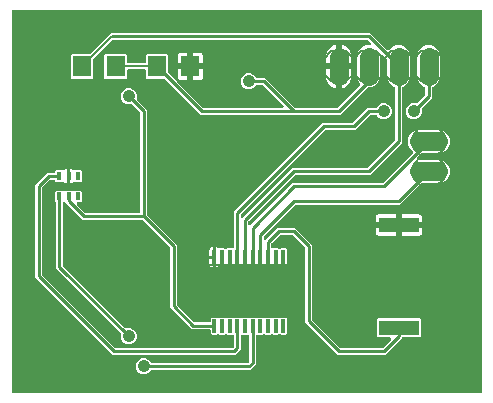
<source format=gtl>
G04 EAGLE Gerber RS-274X export*
G75*
%MOIN*%
%FSLAX36Y36*%
%LPD*%
%INTop Copper Layer*%
%IPPOS*%
%AMOC8*
5,1,8,0,0,1.08239X$1,22.5*%
G01*
%ADD10R,0.062992X0.070866*%
%ADD11R,0.015748X0.027559*%
%ADD12C,0.005000*%
%ADD13C,0.006000*%
%ADD14C,0.064000*%
%ADD15R,0.062992X0.070984*%
%ADD16R,0.011811X0.047236*%
%ADD17C,0.007874*%
%ADD18R,0.133858X0.051181*%
%ADD19C,0.008000*%
%ADD20C,0.010000*%
%ADD21C,0.041654*%

G36*
X1522472Y-89941D02*
X1522472Y-89941D01*
X1522939Y-89912D01*
X1523092Y-89862D01*
X1523250Y-89842D01*
X1523685Y-89670D01*
X1524131Y-89526D01*
X1524266Y-89440D01*
X1524415Y-89382D01*
X1524793Y-89107D01*
X1525189Y-88857D01*
X1525299Y-88740D01*
X1525428Y-88646D01*
X1525727Y-88286D01*
X1526048Y-87945D01*
X1526125Y-87805D01*
X1526227Y-87681D01*
X1526427Y-87258D01*
X1526653Y-86849D01*
X1526693Y-86694D01*
X1526761Y-86549D01*
X1526849Y-86090D01*
X1526967Y-85636D01*
X1526982Y-85398D01*
X1526997Y-85319D01*
X1526992Y-85238D01*
X1527007Y-85000D01*
X1527007Y1184606D01*
X1526949Y1185070D01*
X1526920Y1185538D01*
X1526870Y1185690D01*
X1526850Y1185849D01*
X1526678Y1186284D01*
X1526534Y1186729D01*
X1526448Y1186865D01*
X1526390Y1187013D01*
X1526115Y1187391D01*
X1525865Y1187787D01*
X1525748Y1187897D01*
X1525654Y1188027D01*
X1525294Y1188325D01*
X1524953Y1188646D01*
X1524813Y1188723D01*
X1524689Y1188826D01*
X1524266Y1189025D01*
X1523856Y1189251D01*
X1523701Y1189291D01*
X1523557Y1189360D01*
X1523098Y1189448D01*
X1522644Y1189565D01*
X1522406Y1189580D01*
X1522327Y1189595D01*
X1522246Y1189590D01*
X1522008Y1189606D01*
X-35000Y1189606D01*
X-35464Y1189547D01*
X-35931Y1189518D01*
X-36084Y1189469D01*
X-36242Y1189449D01*
X-36677Y1189277D01*
X-37123Y1189133D01*
X-37258Y1189047D01*
X-37407Y1188988D01*
X-37785Y1188714D01*
X-38181Y1188463D01*
X-38291Y1188346D01*
X-38421Y1188252D01*
X-38719Y1187892D01*
X-39040Y1187551D01*
X-39117Y1187411D01*
X-39219Y1187288D01*
X-39419Y1186865D01*
X-39645Y1186455D01*
X-39685Y1186300D01*
X-39753Y1186155D01*
X-39841Y1185696D01*
X-39959Y1185242D01*
X-39974Y1185004D01*
X-39989Y1184925D01*
X-39984Y1184844D01*
X-39999Y1184606D01*
X-39999Y-85000D01*
X-39941Y-85464D01*
X-39912Y-85931D01*
X-39862Y-86084D01*
X-39842Y-86242D01*
X-39670Y-86677D01*
X-39526Y-87123D01*
X-39440Y-87258D01*
X-39382Y-87407D01*
X-39107Y-87785D01*
X-38857Y-88181D01*
X-38740Y-88291D01*
X-38646Y-88421D01*
X-38286Y-88719D01*
X-37945Y-89040D01*
X-37805Y-89117D01*
X-37681Y-89219D01*
X-37258Y-89419D01*
X-36849Y-89645D01*
X-36694Y-89685D01*
X-36549Y-89753D01*
X-36090Y-89841D01*
X-35636Y-89959D01*
X-35398Y-89974D01*
X-35319Y-89989D01*
X-35238Y-89984D01*
X-35000Y-89999D01*
X1522008Y-89999D01*
X1522472Y-89941D01*
G37*
%LPC*%
G36*
X1045443Y38999D02*
X1045443Y38999D01*
X1037535Y46908D01*
X946908Y137535D01*
X946907Y137535D01*
X938999Y145443D01*
X938999Y393373D01*
X938951Y393758D01*
X938939Y394147D01*
X938872Y394377D01*
X938842Y394615D01*
X938700Y394976D01*
X938592Y395350D01*
X938470Y395557D01*
X938382Y395780D01*
X938153Y396094D01*
X937956Y396429D01*
X937694Y396728D01*
X937646Y396793D01*
X937609Y396824D01*
X937535Y396908D01*
X896908Y437535D01*
X896600Y437773D01*
X896318Y438040D01*
X896108Y438156D01*
X895918Y438303D01*
X895561Y438457D01*
X895221Y438645D01*
X894989Y438705D01*
X894769Y438800D01*
X894385Y438861D01*
X894009Y438959D01*
X893612Y438984D01*
X893532Y438997D01*
X893484Y438992D01*
X893373Y438999D01*
X856627Y438999D01*
X856242Y438951D01*
X855853Y438939D01*
X855623Y438872D01*
X855385Y438842D01*
X855024Y438700D01*
X854650Y438592D01*
X854443Y438470D01*
X854220Y438382D01*
X853906Y438153D01*
X853571Y437956D01*
X853272Y437694D01*
X853207Y437646D01*
X853176Y437609D01*
X853092Y437535D01*
X826441Y410884D01*
X826203Y410577D01*
X825937Y410294D01*
X825821Y410084D01*
X825674Y409895D01*
X825519Y409538D01*
X825331Y409198D01*
X825271Y408965D01*
X825176Y408745D01*
X825115Y408362D01*
X825018Y407985D01*
X824992Y407588D01*
X824980Y407508D01*
X824984Y407460D01*
X824977Y407349D01*
X824977Y398791D01*
X825036Y398327D01*
X825064Y397860D01*
X825114Y397708D01*
X825134Y397549D01*
X825306Y397114D01*
X825450Y396668D01*
X825536Y396533D01*
X825595Y396384D01*
X825869Y396006D01*
X826120Y395610D01*
X826236Y395500D01*
X826330Y395371D01*
X826690Y395072D01*
X827031Y394751D01*
X827172Y394674D01*
X827295Y394572D01*
X827718Y394373D01*
X828128Y394146D01*
X828283Y394106D01*
X828428Y394038D01*
X828886Y393950D01*
X829340Y393833D01*
X829578Y393817D01*
X829657Y393802D01*
X829738Y393807D01*
X829976Y393792D01*
X847958Y393792D01*
X848825Y392925D01*
X849195Y392638D01*
X849545Y392328D01*
X849688Y392255D01*
X849814Y392157D01*
X850244Y391971D01*
X850661Y391758D01*
X850817Y391723D01*
X850964Y391659D01*
X851426Y391586D01*
X851882Y391483D01*
X852043Y391488D01*
X852201Y391463D01*
X852666Y391507D01*
X853134Y391521D01*
X853288Y391565D01*
X853447Y391580D01*
X853887Y391738D01*
X854337Y391868D01*
X854475Y391949D01*
X854626Y392003D01*
X855014Y392266D01*
X855417Y392504D01*
X855595Y392661D01*
X855662Y392706D01*
X855716Y392767D01*
X855895Y392925D01*
X856762Y393792D01*
X873545Y393792D01*
X877060Y390277D01*
X877060Y338070D01*
X873545Y334554D01*
X856762Y334554D01*
X855895Y335422D01*
X855525Y335709D01*
X855175Y336018D01*
X855032Y336091D01*
X854906Y336189D01*
X854476Y336375D01*
X854060Y336588D01*
X853903Y336623D01*
X853756Y336687D01*
X853294Y336760D01*
X852838Y336863D01*
X852678Y336858D01*
X852520Y336883D01*
X852054Y336840D01*
X851586Y336826D01*
X851432Y336781D01*
X851273Y336766D01*
X850832Y336608D01*
X850383Y336478D01*
X850245Y336397D01*
X850094Y336343D01*
X849707Y336080D01*
X849304Y335843D01*
X849125Y335685D01*
X849058Y335640D01*
X849004Y335579D01*
X848825Y335422D01*
X847958Y334554D01*
X831176Y334554D01*
X830307Y335424D01*
X829936Y335711D01*
X829586Y336020D01*
X829444Y336093D01*
X829317Y336191D01*
X828887Y336377D01*
X828471Y336590D01*
X828315Y336625D01*
X828168Y336689D01*
X827706Y336762D01*
X827249Y336865D01*
X827089Y336860D01*
X826931Y336885D01*
X826466Y336842D01*
X825997Y336828D01*
X825843Y336783D01*
X825684Y336768D01*
X825244Y336610D01*
X824794Y336480D01*
X824656Y336399D01*
X824506Y336345D01*
X824118Y336082D01*
X823715Y335845D01*
X823536Y335687D01*
X823469Y335642D01*
X823415Y335581D01*
X823236Y335423D01*
X822367Y334554D01*
X805585Y334554D01*
X804716Y335424D01*
X804345Y335711D01*
X803996Y336020D01*
X803853Y336093D01*
X803727Y336191D01*
X803297Y336377D01*
X802880Y336590D01*
X802724Y336625D01*
X802577Y336689D01*
X802115Y336762D01*
X801659Y336865D01*
X801498Y336860D01*
X801340Y336885D01*
X800875Y336842D01*
X800407Y336828D01*
X800253Y336783D01*
X800094Y336768D01*
X799653Y336610D01*
X799204Y336480D01*
X799066Y336399D01*
X798915Y336345D01*
X798528Y336082D01*
X798125Y335845D01*
X797946Y335687D01*
X797879Y335642D01*
X797825Y335581D01*
X797646Y335423D01*
X796777Y334554D01*
X779995Y334554D01*
X779125Y335424D01*
X778755Y335711D01*
X778405Y336020D01*
X778263Y336093D01*
X778136Y336191D01*
X777706Y336377D01*
X777290Y336590D01*
X777134Y336625D01*
X776987Y336689D01*
X776524Y336762D01*
X776068Y336865D01*
X775908Y336860D01*
X775750Y336885D01*
X775285Y336842D01*
X774816Y336828D01*
X774662Y336783D01*
X774503Y336768D01*
X774063Y336610D01*
X773613Y336480D01*
X773475Y336399D01*
X773324Y336345D01*
X772937Y336082D01*
X772534Y335845D01*
X772355Y335687D01*
X772288Y335642D01*
X772234Y335581D01*
X772055Y335423D01*
X771186Y334554D01*
X754404Y334554D01*
X753535Y335424D01*
X753164Y335711D01*
X752814Y336020D01*
X752672Y336093D01*
X752545Y336191D01*
X752116Y336377D01*
X751699Y336590D01*
X751543Y336625D01*
X751396Y336689D01*
X750934Y336762D01*
X750477Y336865D01*
X750317Y336860D01*
X750159Y336885D01*
X749694Y336842D01*
X749226Y336828D01*
X749072Y336783D01*
X748913Y336768D01*
X748472Y336610D01*
X748023Y336480D01*
X747885Y336399D01*
X747734Y336345D01*
X747347Y336082D01*
X746943Y335845D01*
X746765Y335687D01*
X746697Y335642D01*
X746644Y335581D01*
X746465Y335423D01*
X745596Y334554D01*
X728814Y334554D01*
X727944Y335424D01*
X727574Y335711D01*
X727224Y336020D01*
X727081Y336093D01*
X726955Y336191D01*
X726525Y336377D01*
X726109Y336590D01*
X725953Y336625D01*
X725806Y336689D01*
X725343Y336762D01*
X724887Y336865D01*
X724727Y336860D01*
X724569Y336885D01*
X724103Y336842D01*
X723635Y336828D01*
X723481Y336783D01*
X723322Y336768D01*
X722882Y336610D01*
X722432Y336480D01*
X722294Y336399D01*
X722143Y336345D01*
X721756Y336082D01*
X721353Y335845D01*
X721174Y335687D01*
X721107Y335642D01*
X721053Y335581D01*
X720874Y335423D01*
X720005Y334554D01*
X703223Y334554D01*
X702354Y335424D01*
X701983Y335711D01*
X701633Y336020D01*
X701491Y336093D01*
X701364Y336191D01*
X700935Y336377D01*
X700518Y336590D01*
X700362Y336625D01*
X700215Y336689D01*
X699753Y336762D01*
X699296Y336865D01*
X699136Y336860D01*
X698978Y336885D01*
X698513Y336842D01*
X698045Y336828D01*
X697891Y336783D01*
X697731Y336768D01*
X697291Y336610D01*
X696841Y336480D01*
X696704Y336399D01*
X696553Y336345D01*
X696165Y336082D01*
X695762Y335845D01*
X695584Y335687D01*
X695516Y335642D01*
X695463Y335581D01*
X695284Y335423D01*
X694415Y334554D01*
X677633Y334554D01*
X676765Y335422D01*
X676395Y335709D01*
X676045Y336018D01*
X675902Y336091D01*
X675776Y336189D01*
X675346Y336375D01*
X674930Y336588D01*
X674773Y336623D01*
X674626Y336687D01*
X674164Y336760D01*
X673708Y336863D01*
X673548Y336858D01*
X673390Y336883D01*
X672924Y336840D01*
X672456Y336826D01*
X672302Y336781D01*
X672143Y336766D01*
X671703Y336608D01*
X671253Y336478D01*
X671115Y336397D01*
X670964Y336343D01*
X670577Y336080D01*
X670174Y335843D01*
X669995Y335685D01*
X669928Y335640D01*
X669874Y335579D01*
X669695Y335422D01*
X668828Y334554D01*
X650965Y334554D01*
X650579Y334506D01*
X650191Y334494D01*
X649960Y334428D01*
X649723Y334398D01*
X649361Y334255D01*
X648988Y334147D01*
X648781Y334025D01*
X648558Y333937D01*
X648244Y333709D01*
X647909Y333511D01*
X647610Y333249D01*
X647545Y333201D01*
X647514Y333164D01*
X647430Y333090D01*
X646892Y332552D01*
X644612Y331236D01*
X642069Y330554D01*
X639846Y330554D01*
X639846Y364172D01*
X639846Y364174D01*
X639846Y397792D01*
X642069Y397792D01*
X644612Y397110D01*
X646892Y395794D01*
X647430Y395256D01*
X647737Y395018D01*
X648020Y394751D01*
X648230Y394636D01*
X648420Y394489D01*
X648776Y394334D01*
X649117Y394146D01*
X649349Y394086D01*
X649569Y393991D01*
X649952Y393930D01*
X650329Y393833D01*
X650726Y393807D01*
X650806Y393795D01*
X650854Y393799D01*
X650965Y393792D01*
X668828Y393792D01*
X669695Y392925D01*
X670065Y392638D01*
X670415Y392328D01*
X670558Y392255D01*
X670685Y392157D01*
X671114Y391971D01*
X671531Y391758D01*
X671687Y391723D01*
X671834Y391659D01*
X672296Y391586D01*
X672752Y391483D01*
X672913Y391488D01*
X673071Y391463D01*
X673536Y391507D01*
X674004Y391521D01*
X674158Y391565D01*
X674317Y391580D01*
X674757Y391738D01*
X675207Y391868D01*
X675345Y391949D01*
X675496Y392003D01*
X675884Y392266D01*
X676287Y392504D01*
X676466Y392661D01*
X676532Y392706D01*
X676586Y392767D01*
X676765Y392925D01*
X677633Y393792D01*
X695614Y393792D01*
X696078Y393851D01*
X696545Y393879D01*
X696698Y393929D01*
X696857Y393949D01*
X697291Y394121D01*
X697737Y394265D01*
X697872Y394351D01*
X698021Y394410D01*
X698399Y394684D01*
X698795Y394935D01*
X698905Y395051D01*
X699035Y395145D01*
X699333Y395505D01*
X699654Y395846D01*
X699731Y395986D01*
X699833Y396110D01*
X700033Y396533D01*
X700259Y396943D01*
X700299Y397098D01*
X700367Y397242D01*
X700455Y397701D01*
X700573Y398155D01*
X700588Y398393D01*
X700603Y398472D01*
X700598Y398553D01*
X700613Y398791D01*
X700613Y516171D01*
X995443Y811001D01*
X1093373Y811001D01*
X1093758Y811049D01*
X1094147Y811061D01*
X1094377Y811127D01*
X1094615Y811157D01*
X1094976Y811300D01*
X1095350Y811408D01*
X1095557Y811530D01*
X1095780Y811618D01*
X1096094Y811846D01*
X1096429Y812044D01*
X1096727Y812306D01*
X1096793Y812354D01*
X1096824Y812391D01*
X1096908Y812465D01*
X1145443Y861001D01*
X1172178Y861001D01*
X1172293Y861015D01*
X1172407Y861006D01*
X1172912Y861093D01*
X1173421Y861157D01*
X1173528Y861200D01*
X1173641Y861219D01*
X1174109Y861430D01*
X1174585Y861618D01*
X1174679Y861686D01*
X1174784Y861733D01*
X1175183Y862052D01*
X1175599Y862354D01*
X1175672Y862443D01*
X1175762Y862515D01*
X1176071Y862924D01*
X1176398Y863318D01*
X1176447Y863422D01*
X1176516Y863515D01*
X1176797Y864087D01*
X1177257Y865196D01*
X1184804Y872743D01*
X1194664Y876827D01*
X1205336Y876827D01*
X1215196Y872743D01*
X1222743Y865196D01*
X1226827Y855336D01*
X1226827Y844664D01*
X1222743Y834804D01*
X1215196Y827257D01*
X1205336Y823172D01*
X1194664Y823172D01*
X1184804Y827257D01*
X1177257Y834804D01*
X1176797Y835913D01*
X1176740Y836013D01*
X1176705Y836123D01*
X1176431Y836556D01*
X1176177Y837001D01*
X1176097Y837084D01*
X1176035Y837181D01*
X1175662Y837532D01*
X1175305Y837901D01*
X1175207Y837961D01*
X1175123Y838040D01*
X1174676Y838287D01*
X1174238Y838555D01*
X1174128Y838589D01*
X1174027Y838645D01*
X1173530Y838773D01*
X1173041Y838924D01*
X1172927Y838930D01*
X1172815Y838959D01*
X1172178Y838999D01*
X1156627Y838999D01*
X1156242Y838951D01*
X1155853Y838939D01*
X1155623Y838872D01*
X1155385Y838842D01*
X1155024Y838700D01*
X1154650Y838592D01*
X1154443Y838470D01*
X1154220Y838382D01*
X1153906Y838153D01*
X1153571Y837956D01*
X1153272Y837694D01*
X1153207Y837646D01*
X1153176Y837609D01*
X1153092Y837535D01*
X1104556Y788999D01*
X1006627Y788999D01*
X1006242Y788951D01*
X1005853Y788939D01*
X1005623Y788872D01*
X1005385Y788842D01*
X1005024Y788700D01*
X1004650Y788592D01*
X1004443Y788470D01*
X1004220Y788382D01*
X1003905Y788153D01*
X1003571Y787956D01*
X1003272Y787694D01*
X1003207Y787646D01*
X1003176Y787609D01*
X1003092Y787535D01*
X724079Y508522D01*
X723841Y508214D01*
X723574Y507932D01*
X723458Y507722D01*
X723311Y507532D01*
X723157Y507175D01*
X722969Y506835D01*
X722909Y506603D01*
X722814Y506383D01*
X722753Y506000D01*
X722655Y505623D01*
X722633Y505274D01*
X722625Y505232D01*
X722627Y505205D01*
X722617Y505146D01*
X722622Y505098D01*
X722615Y504987D01*
X722615Y500241D01*
X722683Y499698D01*
X722734Y499154D01*
X722762Y499078D01*
X722772Y498999D01*
X722973Y498490D01*
X723158Y497975D01*
X723203Y497909D01*
X723232Y497834D01*
X723554Y497391D01*
X723861Y496939D01*
X723921Y496886D01*
X723968Y496821D01*
X724389Y496472D01*
X724799Y496110D01*
X724871Y496073D01*
X724933Y496022D01*
X725426Y495789D01*
X725914Y495540D01*
X725993Y495522D01*
X726065Y495488D01*
X726602Y495385D01*
X727136Y495265D01*
X727217Y495267D01*
X727295Y495252D01*
X727841Y495286D01*
X728388Y495302D01*
X728465Y495325D01*
X728545Y495329D01*
X729066Y495498D01*
X729591Y495650D01*
X729660Y495690D01*
X729737Y495715D01*
X730200Y496008D01*
X730671Y496285D01*
X730754Y496358D01*
X730795Y496385D01*
X730851Y496444D01*
X731149Y496706D01*
X887535Y653092D01*
X895443Y661001D01*
X1143373Y661001D01*
X1143758Y661049D01*
X1144147Y661061D01*
X1144377Y661127D01*
X1144615Y661157D01*
X1144976Y661300D01*
X1145350Y661408D01*
X1145557Y661530D01*
X1145780Y661618D01*
X1146094Y661846D01*
X1146429Y662044D01*
X1146727Y662306D01*
X1146793Y662354D01*
X1146824Y662391D01*
X1146908Y662465D01*
X1237535Y753092D01*
X1237773Y753400D01*
X1238040Y753682D01*
X1238156Y753892D01*
X1238303Y754082D01*
X1238457Y754439D01*
X1238645Y754779D01*
X1238705Y755011D01*
X1238800Y755231D01*
X1238861Y755615D01*
X1238959Y755991D01*
X1238984Y756388D01*
X1238997Y756468D01*
X1238992Y756516D01*
X1238999Y756627D01*
X1238999Y928085D01*
X1238985Y928199D01*
X1238994Y928314D01*
X1238907Y928818D01*
X1238842Y929327D01*
X1238800Y929434D01*
X1238780Y929548D01*
X1238570Y930015D01*
X1238382Y930492D01*
X1238314Y930585D01*
X1238267Y930690D01*
X1237947Y931090D01*
X1237646Y931505D01*
X1237557Y931578D01*
X1237485Y931668D01*
X1237076Y931977D01*
X1236681Y932304D01*
X1236578Y932353D01*
X1236485Y932422D01*
X1235913Y932703D01*
X1228474Y935784D01*
X1217784Y946474D01*
X1211999Y960441D01*
X1211999Y1020373D01*
X1211951Y1020758D01*
X1211939Y1021147D01*
X1211872Y1021377D01*
X1211842Y1021615D01*
X1211700Y1021976D01*
X1211592Y1022350D01*
X1211470Y1022557D01*
X1211382Y1022780D01*
X1211153Y1023094D01*
X1210956Y1023429D01*
X1210694Y1023728D01*
X1210646Y1023793D01*
X1210609Y1023824D01*
X1210535Y1023908D01*
X1196535Y1037908D01*
X1196102Y1038244D01*
X1195681Y1038592D01*
X1195609Y1038626D01*
X1195545Y1038675D01*
X1195043Y1038893D01*
X1194549Y1039126D01*
X1194470Y1039141D01*
X1194396Y1039173D01*
X1193856Y1039259D01*
X1193319Y1039362D01*
X1193239Y1039357D01*
X1193159Y1039369D01*
X1192615Y1039318D01*
X1192069Y1039285D01*
X1191992Y1039260D01*
X1191913Y1039252D01*
X1191399Y1039068D01*
X1190877Y1038899D01*
X1190809Y1038856D01*
X1190734Y1038829D01*
X1190283Y1038523D01*
X1189819Y1038229D01*
X1189764Y1038171D01*
X1189697Y1038126D01*
X1189336Y1037716D01*
X1188960Y1037318D01*
X1188922Y1037248D01*
X1188868Y1037188D01*
X1188619Y1036699D01*
X1188355Y1036221D01*
X1188335Y1036144D01*
X1188298Y1036072D01*
X1188178Y1035539D01*
X1188041Y1035009D01*
X1188034Y1034898D01*
X1188023Y1034851D01*
X1188026Y1034769D01*
X1188001Y1034373D01*
X1188001Y960441D01*
X1182215Y946474D01*
X1171525Y935784D01*
X1157559Y929999D01*
X1147627Y929999D01*
X1147242Y929951D01*
X1146853Y929939D01*
X1146623Y929872D01*
X1146385Y929842D01*
X1146024Y929700D01*
X1145650Y929592D01*
X1145443Y929470D01*
X1145220Y929382D01*
X1144906Y929153D01*
X1144571Y928956D01*
X1144272Y928694D01*
X1144207Y928646D01*
X1144176Y928609D01*
X1144092Y928535D01*
X1054556Y838999D01*
X590325Y838999D01*
X472223Y957102D01*
X471916Y957340D01*
X471633Y957607D01*
X471423Y957723D01*
X471233Y957870D01*
X470876Y958024D01*
X470536Y958212D01*
X470304Y958272D01*
X470084Y958367D01*
X469700Y958428D01*
X469324Y958526D01*
X468927Y958551D01*
X468847Y958564D01*
X468799Y958559D01*
X468688Y958566D01*
X410900Y958566D01*
X407385Y962081D01*
X407385Y985000D01*
X407327Y985464D01*
X407298Y985931D01*
X407248Y986084D01*
X407228Y986242D01*
X407056Y986677D01*
X406912Y987123D01*
X406826Y987258D01*
X406767Y987407D01*
X406493Y987785D01*
X406242Y988181D01*
X406126Y988291D01*
X406032Y988421D01*
X405672Y988719D01*
X405331Y989040D01*
X405191Y989117D01*
X405067Y989219D01*
X404644Y989419D01*
X404234Y989645D01*
X404079Y989685D01*
X403935Y989753D01*
X403476Y989841D01*
X403022Y989959D01*
X402784Y989974D01*
X402705Y989989D01*
X402624Y989984D01*
X402386Y989999D01*
X348480Y989999D01*
X348016Y989941D01*
X347549Y989912D01*
X347397Y989862D01*
X347238Y989842D01*
X346803Y989670D01*
X346357Y989526D01*
X346222Y989440D01*
X346073Y989382D01*
X345695Y989107D01*
X345299Y988857D01*
X345189Y988740D01*
X345060Y988646D01*
X344761Y988286D01*
X344440Y987945D01*
X344363Y987805D01*
X344261Y987681D01*
X344062Y987258D01*
X343835Y986849D01*
X343795Y986694D01*
X343727Y986549D01*
X343639Y986090D01*
X343522Y985636D01*
X343506Y985398D01*
X343491Y985319D01*
X343496Y985238D01*
X343481Y985000D01*
X343481Y962022D01*
X339966Y958507D01*
X272003Y958507D01*
X268487Y962022D01*
X268487Y1037978D01*
X272003Y1041493D01*
X339966Y1041493D01*
X343481Y1037978D01*
X343481Y1015000D01*
X343539Y1014536D01*
X343568Y1014069D01*
X343618Y1013916D01*
X343638Y1013757D01*
X343810Y1013323D01*
X343954Y1012877D01*
X344040Y1012742D01*
X344099Y1012593D01*
X344373Y1012215D01*
X344624Y1011819D01*
X344740Y1011709D01*
X344834Y1011579D01*
X345194Y1011281D01*
X345535Y1010960D01*
X345675Y1010883D01*
X345799Y1010781D01*
X346222Y1010581D01*
X346632Y1010355D01*
X346787Y1010315D01*
X346931Y1010247D01*
X347390Y1010159D01*
X347844Y1010041D01*
X348082Y1010026D01*
X348161Y1010011D01*
X348242Y1010016D01*
X348480Y1010001D01*
X402386Y1010001D01*
X402850Y1010059D01*
X403317Y1010088D01*
X403469Y1010137D01*
X403628Y1010157D01*
X404063Y1010329D01*
X404509Y1010474D01*
X404644Y1010559D01*
X404793Y1010618D01*
X405171Y1010892D01*
X405567Y1011143D01*
X405677Y1011260D01*
X405806Y1011354D01*
X406105Y1011714D01*
X406426Y1012055D01*
X406503Y1012195D01*
X406605Y1012318D01*
X406805Y1012742D01*
X407031Y1013151D01*
X407071Y1013306D01*
X407139Y1013451D01*
X407227Y1013910D01*
X407344Y1014364D01*
X407360Y1014602D01*
X407375Y1014681D01*
X407370Y1014762D01*
X407385Y1015000D01*
X407385Y1037919D01*
X410900Y1041434D01*
X478863Y1041434D01*
X482379Y1037919D01*
X482379Y980131D01*
X482427Y979746D01*
X482439Y979357D01*
X482505Y979127D01*
X482535Y978889D01*
X482678Y978528D01*
X482786Y978154D01*
X482908Y977947D01*
X482996Y977724D01*
X483224Y977410D01*
X483422Y977075D01*
X483684Y976776D01*
X483732Y976711D01*
X483769Y976680D01*
X483843Y976596D01*
X507356Y953083D01*
X507833Y952713D01*
X508300Y952343D01*
X508324Y952332D01*
X508345Y952316D01*
X508895Y952077D01*
X509444Y951833D01*
X509470Y951828D01*
X509495Y951818D01*
X510086Y951724D01*
X510679Y951624D01*
X510705Y951626D01*
X510718Y951624D01*
X510734Y951062D01*
X510742Y951036D01*
X510743Y951009D01*
X510915Y950436D01*
X511082Y949859D01*
X511095Y949836D01*
X511103Y949810D01*
X511414Y949295D01*
X511717Y948779D01*
X511741Y948753D01*
X511750Y948738D01*
X511780Y948708D01*
X512138Y948301D01*
X597974Y862465D01*
X598281Y862226D01*
X598564Y861960D01*
X598774Y861844D01*
X598964Y861697D01*
X599320Y861543D01*
X599661Y861355D01*
X599893Y861295D01*
X600113Y861200D01*
X600496Y861139D01*
X600873Y861041D01*
X601270Y861016D01*
X601350Y861003D01*
X601398Y861008D01*
X601509Y861001D01*
X861373Y861001D01*
X861916Y861069D01*
X862460Y861120D01*
X862536Y861147D01*
X862615Y861157D01*
X863124Y861359D01*
X863639Y861544D01*
X863705Y861589D01*
X863780Y861618D01*
X864223Y861940D01*
X864675Y862247D01*
X864728Y862307D01*
X864793Y862354D01*
X865142Y862775D01*
X865504Y863185D01*
X865541Y863257D01*
X865592Y863318D01*
X865825Y863812D01*
X866074Y864300D01*
X866092Y864379D01*
X866126Y864451D01*
X866229Y864988D01*
X866349Y865522D01*
X866347Y865602D01*
X866362Y865681D01*
X866328Y866227D01*
X866312Y866774D01*
X866289Y866851D01*
X866285Y866931D01*
X866116Y867451D01*
X865964Y867977D01*
X865924Y868046D01*
X865899Y868123D01*
X865606Y868586D01*
X865329Y869056D01*
X865256Y869140D01*
X865229Y869181D01*
X865170Y869237D01*
X864908Y869535D01*
X796908Y937535D01*
X796600Y937773D01*
X796318Y938040D01*
X796108Y938156D01*
X795918Y938303D01*
X795561Y938457D01*
X795221Y938645D01*
X794989Y938705D01*
X794769Y938800D01*
X794385Y938861D01*
X794009Y938959D01*
X793612Y938984D01*
X793532Y938997D01*
X793484Y938992D01*
X793373Y938999D01*
X777821Y938999D01*
X777707Y938985D01*
X777592Y938994D01*
X777088Y938907D01*
X776579Y938842D01*
X776472Y938800D01*
X776358Y938780D01*
X775891Y938570D01*
X775414Y938382D01*
X775321Y938314D01*
X775216Y938267D01*
X774817Y937948D01*
X774401Y937646D01*
X774327Y937557D01*
X774238Y937485D01*
X773929Y937076D01*
X773602Y936681D01*
X773553Y936578D01*
X773484Y936485D01*
X773203Y935913D01*
X772743Y934804D01*
X765196Y927257D01*
X755336Y923172D01*
X744664Y923172D01*
X734804Y927257D01*
X727257Y934804D01*
X723172Y944664D01*
X723172Y955336D01*
X727257Y965196D01*
X734804Y972743D01*
X744664Y976827D01*
X755336Y976827D01*
X765196Y972743D01*
X772743Y965196D01*
X773203Y964087D01*
X773260Y963987D01*
X773295Y963877D01*
X773569Y963444D01*
X773823Y962999D01*
X773903Y962916D01*
X773965Y962819D01*
X774337Y962468D01*
X774694Y962099D01*
X774793Y962039D01*
X774876Y961960D01*
X775324Y961713D01*
X775762Y961445D01*
X775872Y961411D01*
X775973Y961355D01*
X776470Y961226D01*
X776959Y961076D01*
X777073Y961070D01*
X777185Y961041D01*
X777821Y961001D01*
X804556Y961001D01*
X812465Y953092D01*
X903092Y862465D01*
X903399Y862226D01*
X903682Y861960D01*
X903892Y861844D01*
X904082Y861697D01*
X904438Y861543D01*
X904779Y861355D01*
X905011Y861295D01*
X905231Y861200D01*
X905614Y861139D01*
X905991Y861041D01*
X906388Y861016D01*
X906468Y861003D01*
X906516Y861008D01*
X906627Y861001D01*
X1043373Y861001D01*
X1043758Y861049D01*
X1044147Y861061D01*
X1044377Y861127D01*
X1044615Y861157D01*
X1044976Y861300D01*
X1045350Y861408D01*
X1045557Y861530D01*
X1045780Y861618D01*
X1046094Y861846D01*
X1046429Y862044D01*
X1046727Y862306D01*
X1046793Y862354D01*
X1046824Y862391D01*
X1046908Y862465D01*
X1120816Y936373D01*
X1121103Y936743D01*
X1121412Y937094D01*
X1121485Y937236D01*
X1121583Y937363D01*
X1121769Y937792D01*
X1121982Y938209D01*
X1122017Y938365D01*
X1122081Y938512D01*
X1122155Y938974D01*
X1122257Y939430D01*
X1122252Y939591D01*
X1122277Y939749D01*
X1122234Y940214D01*
X1122220Y940682D01*
X1122175Y940836D01*
X1122160Y940995D01*
X1122002Y941436D01*
X1121872Y941885D01*
X1121791Y942023D01*
X1121737Y942174D01*
X1121474Y942561D01*
X1121237Y942965D01*
X1121079Y943143D01*
X1121034Y943211D01*
X1120973Y943264D01*
X1120816Y943443D01*
X1117785Y946474D01*
X1111999Y960441D01*
X1111999Y1039559D01*
X1117784Y1053525D01*
X1128474Y1064215D01*
X1142441Y1070001D01*
X1152373Y1070001D01*
X1152916Y1070069D01*
X1153460Y1070120D01*
X1153536Y1070147D01*
X1153615Y1070157D01*
X1154124Y1070359D01*
X1154639Y1070544D01*
X1154705Y1070589D01*
X1154780Y1070618D01*
X1155223Y1070940D01*
X1155675Y1071247D01*
X1155728Y1071307D01*
X1155793Y1071354D01*
X1156143Y1071776D01*
X1156504Y1072185D01*
X1156541Y1072257D01*
X1156592Y1072318D01*
X1156825Y1072813D01*
X1157074Y1073300D01*
X1157092Y1073379D01*
X1157126Y1073451D01*
X1157229Y1073988D01*
X1157349Y1074522D01*
X1157347Y1074602D01*
X1157362Y1074681D01*
X1157328Y1075227D01*
X1157312Y1075774D01*
X1157289Y1075851D01*
X1157285Y1075931D01*
X1157116Y1076451D01*
X1156964Y1076977D01*
X1156924Y1077047D01*
X1156899Y1077123D01*
X1156606Y1077585D01*
X1156329Y1078056D01*
X1156256Y1078140D01*
X1156229Y1078181D01*
X1156170Y1078237D01*
X1155908Y1078535D01*
X1146907Y1087535D01*
X1146601Y1087773D01*
X1146318Y1088040D01*
X1146108Y1088156D01*
X1145918Y1088303D01*
X1145561Y1088457D01*
X1145221Y1088645D01*
X1144989Y1088705D01*
X1144769Y1088800D01*
X1144385Y1088861D01*
X1144009Y1088959D01*
X1143612Y1088984D01*
X1143532Y1088997D01*
X1143484Y1088992D01*
X1143373Y1088999D01*
X299229Y1088999D01*
X298843Y1088951D01*
X298455Y1088939D01*
X298224Y1088872D01*
X297986Y1088842D01*
X297625Y1088700D01*
X297252Y1088592D01*
X297045Y1088470D01*
X296822Y1088382D01*
X296508Y1088153D01*
X296172Y1087956D01*
X295874Y1087694D01*
X295808Y1087646D01*
X295778Y1087609D01*
X295694Y1087535D01*
X232977Y1024818D01*
X232738Y1024511D01*
X232472Y1024228D01*
X232356Y1024018D01*
X232209Y1023828D01*
X232055Y1023472D01*
X231867Y1023131D01*
X231807Y1022899D01*
X231711Y1022679D01*
X231650Y1022296D01*
X231553Y1021919D01*
X231528Y1021522D01*
X231515Y1021442D01*
X231520Y1021394D01*
X231512Y1021283D01*
X231512Y962022D01*
X227997Y958507D01*
X160034Y958507D01*
X156519Y962022D01*
X156519Y1037978D01*
X160034Y1041493D01*
X219295Y1041493D01*
X219680Y1041541D01*
X220069Y1041553D01*
X220299Y1041620D01*
X220537Y1041650D01*
X220898Y1041792D01*
X221272Y1041900D01*
X221479Y1042022D01*
X221702Y1042110D01*
X222016Y1042339D01*
X222351Y1042536D01*
X222650Y1042798D01*
X222715Y1042846D01*
X222746Y1042883D01*
X222830Y1042957D01*
X281551Y1101678D01*
X281789Y1101985D01*
X282055Y1102268D01*
X282171Y1102478D01*
X282318Y1102668D01*
X282473Y1103024D01*
X282661Y1103365D01*
X282721Y1103597D01*
X282816Y1103817D01*
X282877Y1104200D01*
X282953Y1104494D01*
X289459Y1111001D01*
X1154556Y1111001D01*
X1162465Y1103092D01*
X1211373Y1054184D01*
X1211743Y1053897D01*
X1212093Y1053587D01*
X1212236Y1053515D01*
X1212362Y1053416D01*
X1212791Y1053231D01*
X1213208Y1053018D01*
X1213365Y1052982D01*
X1213512Y1052919D01*
X1213974Y1052845D01*
X1214430Y1052743D01*
X1214591Y1052748D01*
X1214749Y1052722D01*
X1215214Y1052766D01*
X1215682Y1052780D01*
X1215836Y1052825D01*
X1215995Y1052840D01*
X1216435Y1052998D01*
X1216885Y1053127D01*
X1217023Y1053209D01*
X1217174Y1053263D01*
X1217561Y1053525D01*
X1217964Y1053763D01*
X1218143Y1053921D01*
X1218210Y1053966D01*
X1218264Y1054026D01*
X1218443Y1054184D01*
X1228474Y1064215D01*
X1242441Y1070001D01*
X1257559Y1070001D01*
X1271525Y1064215D01*
X1282215Y1053525D01*
X1288001Y1039559D01*
X1288001Y960441D01*
X1282215Y946474D01*
X1271525Y935784D01*
X1264087Y932703D01*
X1263987Y932646D01*
X1263877Y932611D01*
X1263443Y932336D01*
X1262999Y932083D01*
X1262917Y932003D01*
X1262819Y931941D01*
X1262466Y931567D01*
X1262099Y931211D01*
X1262039Y931113D01*
X1261960Y931030D01*
X1261712Y930581D01*
X1261445Y930144D01*
X1261411Y930034D01*
X1261355Y929933D01*
X1261226Y929436D01*
X1261076Y928947D01*
X1261070Y928833D01*
X1261041Y928721D01*
X1261001Y928085D01*
X1261001Y745443D01*
X1154556Y638999D01*
X906627Y638999D01*
X906242Y638951D01*
X905853Y638939D01*
X905623Y638872D01*
X905385Y638842D01*
X905024Y638700D01*
X904650Y638592D01*
X904443Y638470D01*
X904220Y638382D01*
X903906Y638153D01*
X903571Y637956D01*
X903272Y637694D01*
X903207Y637646D01*
X903176Y637609D01*
X903092Y637535D01*
X749670Y484112D01*
X749431Y483805D01*
X749165Y483522D01*
X749049Y483312D01*
X748902Y483123D01*
X748747Y482766D01*
X748560Y482426D01*
X748500Y482194D01*
X748404Y481974D01*
X748343Y481590D01*
X748246Y481213D01*
X748221Y480817D01*
X748208Y480737D01*
X748212Y480689D01*
X748205Y480577D01*
X748205Y475832D01*
X748274Y475288D01*
X748325Y474744D01*
X748352Y474669D01*
X748362Y474589D01*
X748564Y474080D01*
X748748Y473566D01*
X748793Y473499D01*
X748823Y473425D01*
X749144Y472982D01*
X749451Y472529D01*
X749511Y472476D01*
X749559Y472411D01*
X749979Y472063D01*
X750390Y471700D01*
X750462Y471664D01*
X750523Y471613D01*
X751016Y471380D01*
X751505Y471130D01*
X751583Y471113D01*
X751656Y471078D01*
X752192Y470976D01*
X752727Y470855D01*
X752807Y470858D01*
X752886Y470843D01*
X753431Y470876D01*
X753979Y470893D01*
X754056Y470915D01*
X754136Y470920D01*
X754656Y471088D01*
X755182Y471240D01*
X755251Y471281D01*
X755327Y471306D01*
X755791Y471599D01*
X756261Y471876D01*
X756344Y471949D01*
X756386Y471975D01*
X756442Y472035D01*
X756740Y472297D01*
X887535Y603092D01*
X895443Y611001D01*
X1193373Y611001D01*
X1193758Y611049D01*
X1194147Y611061D01*
X1194377Y611127D01*
X1194615Y611157D01*
X1194976Y611300D01*
X1195350Y611408D01*
X1195557Y611530D01*
X1195780Y611618D01*
X1196094Y611846D01*
X1196429Y612044D01*
X1196727Y612306D01*
X1196793Y612354D01*
X1196824Y612391D01*
X1196908Y612465D01*
X1295816Y711373D01*
X1296103Y711743D01*
X1296412Y712093D01*
X1296456Y712179D01*
X1296474Y712200D01*
X1296499Y712254D01*
X1296583Y712362D01*
X1296769Y712791D01*
X1296982Y713208D01*
X1297017Y713365D01*
X1297081Y713512D01*
X1297154Y713974D01*
X1297257Y714430D01*
X1297252Y714591D01*
X1297277Y714749D01*
X1297234Y715214D01*
X1297220Y715682D01*
X1297175Y715836D01*
X1297160Y715995D01*
X1297002Y716435D01*
X1296872Y716885D01*
X1296791Y717023D01*
X1296737Y717174D01*
X1296474Y717561D01*
X1296237Y717964D01*
X1296079Y718143D01*
X1296034Y718210D01*
X1295973Y718264D01*
X1295816Y718443D01*
X1285784Y728474D01*
X1279999Y742441D01*
X1279999Y757559D01*
X1285784Y771525D01*
X1296474Y782215D01*
X1310441Y788001D01*
X1389559Y788001D01*
X1403525Y782215D01*
X1414215Y771525D01*
X1420001Y757559D01*
X1420001Y742441D01*
X1414215Y728474D01*
X1403525Y717784D01*
X1389559Y711999D01*
X1329627Y711999D01*
X1329242Y711951D01*
X1328853Y711939D01*
X1328623Y711872D01*
X1328385Y711842D01*
X1328024Y711700D01*
X1327650Y711592D01*
X1327443Y711470D01*
X1327220Y711382D01*
X1326906Y711153D01*
X1326571Y710956D01*
X1326272Y710694D01*
X1326207Y710646D01*
X1326176Y710609D01*
X1326092Y710535D01*
X1312092Y696535D01*
X1311756Y696102D01*
X1311408Y695681D01*
X1311374Y695609D01*
X1311324Y695545D01*
X1311106Y695042D01*
X1310874Y694549D01*
X1310859Y694470D01*
X1310827Y694396D01*
X1310741Y693856D01*
X1310638Y693319D01*
X1310643Y693239D01*
X1310630Y693159D01*
X1310681Y692615D01*
X1310715Y692069D01*
X1310740Y691992D01*
X1310748Y691913D01*
X1310932Y691399D01*
X1311101Y690877D01*
X1311144Y690809D01*
X1311171Y690734D01*
X1311477Y690283D01*
X1311770Y689819D01*
X1311829Y689764D01*
X1311874Y689697D01*
X1312283Y689336D01*
X1312682Y688960D01*
X1312752Y688922D01*
X1312812Y688868D01*
X1313302Y688618D01*
X1313779Y688355D01*
X1313856Y688335D01*
X1313928Y688298D01*
X1314461Y688178D01*
X1314991Y688041D01*
X1315102Y688034D01*
X1315149Y688023D01*
X1315231Y688026D01*
X1315627Y688001D01*
X1389559Y688001D01*
X1403525Y682215D01*
X1414215Y671525D01*
X1420001Y657559D01*
X1420001Y642441D01*
X1414215Y628474D01*
X1403525Y617784D01*
X1389559Y611999D01*
X1329627Y611999D01*
X1329242Y611951D01*
X1328853Y611939D01*
X1328623Y611872D01*
X1328385Y611842D01*
X1328024Y611700D01*
X1327650Y611592D01*
X1327443Y611470D01*
X1327220Y611382D01*
X1326906Y611153D01*
X1326571Y610956D01*
X1326272Y610694D01*
X1326207Y610646D01*
X1326176Y610609D01*
X1326092Y610535D01*
X1262465Y546908D01*
X1254556Y538999D01*
X906627Y538999D01*
X906242Y538951D01*
X905853Y538939D01*
X905623Y538872D01*
X905385Y538842D01*
X905023Y538699D01*
X904650Y538592D01*
X904443Y538470D01*
X904220Y538382D01*
X903906Y538153D01*
X903571Y537956D01*
X903272Y537694D01*
X903207Y537646D01*
X903176Y537609D01*
X903092Y537535D01*
X800851Y435293D01*
X800612Y434986D01*
X800346Y434703D01*
X800230Y434493D01*
X800083Y434304D01*
X799929Y433947D01*
X799741Y433607D01*
X799681Y433375D01*
X799585Y433155D01*
X799524Y432771D01*
X799427Y432395D01*
X799402Y431998D01*
X799389Y431918D01*
X799394Y431870D01*
X799386Y431758D01*
X799386Y427013D01*
X799455Y426470D01*
X799506Y425925D01*
X799533Y425850D01*
X799543Y425770D01*
X799744Y425263D01*
X799930Y424747D01*
X799975Y424680D01*
X800004Y424606D01*
X800325Y424163D01*
X800633Y423710D01*
X800693Y423657D01*
X800740Y423592D01*
X801162Y423243D01*
X801571Y422881D01*
X801642Y422845D01*
X801704Y422794D01*
X802199Y422560D01*
X802686Y422311D01*
X802764Y422294D01*
X802837Y422260D01*
X803374Y422157D01*
X803908Y422037D01*
X803988Y422039D01*
X804067Y422024D01*
X804612Y422058D01*
X805160Y422074D01*
X805237Y422096D01*
X805317Y422101D01*
X805838Y422270D01*
X806363Y422421D01*
X806432Y422462D01*
X806508Y422487D01*
X806972Y422780D01*
X807442Y423057D01*
X807525Y423130D01*
X807567Y423156D01*
X807623Y423216D01*
X807921Y423478D01*
X810882Y426439D01*
X810884Y426441D01*
X837535Y453092D01*
X845443Y461001D01*
X904556Y461001D01*
X953092Y412465D01*
X953093Y412464D01*
X961001Y404556D01*
X961001Y156627D01*
X961049Y156242D01*
X961061Y155853D01*
X961127Y155623D01*
X961157Y155385D01*
X961300Y155024D01*
X961408Y154650D01*
X961530Y154443D01*
X961618Y154220D01*
X961846Y153906D01*
X962044Y153571D01*
X962306Y153272D01*
X962354Y153207D01*
X962391Y153176D01*
X962465Y153092D01*
X1053092Y62465D01*
X1053400Y62226D01*
X1053682Y61960D01*
X1053892Y61844D01*
X1054082Y61697D01*
X1054439Y61543D01*
X1054779Y61355D01*
X1055011Y61295D01*
X1055231Y61200D01*
X1055615Y61139D01*
X1055991Y61041D01*
X1056388Y61016D01*
X1056468Y61003D01*
X1056516Y61008D01*
X1056627Y61001D01*
X1193373Y61001D01*
X1193758Y61049D01*
X1194147Y61061D01*
X1194377Y61127D01*
X1194615Y61157D01*
X1194976Y61300D01*
X1195350Y61408D01*
X1195557Y61530D01*
X1195780Y61618D01*
X1196094Y61846D01*
X1196429Y62044D01*
X1196727Y62306D01*
X1196793Y62354D01*
X1196824Y62391D01*
X1196908Y62465D01*
X1223057Y88615D01*
X1223394Y89048D01*
X1223742Y89468D01*
X1223776Y89541D01*
X1223825Y89604D01*
X1224043Y90106D01*
X1224276Y90601D01*
X1224291Y90680D01*
X1224323Y90753D01*
X1224408Y91294D01*
X1224511Y91831D01*
X1224507Y91911D01*
X1224519Y91990D01*
X1224468Y92534D01*
X1224434Y93081D01*
X1224409Y93157D01*
X1224402Y93237D01*
X1224217Y93751D01*
X1224049Y94272D01*
X1224006Y94340D01*
X1223979Y94416D01*
X1223673Y94867D01*
X1223379Y95331D01*
X1223320Y95386D01*
X1223276Y95452D01*
X1222866Y95814D01*
X1222467Y96189D01*
X1222397Y96228D01*
X1222337Y96281D01*
X1221849Y96531D01*
X1221371Y96795D01*
X1221293Y96815D01*
X1221222Y96851D01*
X1220689Y96971D01*
X1220159Y97108D01*
X1220047Y97115D01*
X1220000Y97126D01*
X1219919Y97124D01*
X1219522Y97149D01*
X1180585Y97149D01*
X1177070Y100664D01*
X1177070Y156816D01*
X1180585Y160331D01*
X1319415Y160331D01*
X1322930Y156816D01*
X1322930Y100664D01*
X1319415Y97149D01*
X1264777Y97149D01*
X1264391Y97100D01*
X1264003Y97089D01*
X1263772Y97022D01*
X1263534Y96992D01*
X1263173Y96849D01*
X1262799Y96741D01*
X1262592Y96619D01*
X1262370Y96531D01*
X1262056Y96303D01*
X1261720Y96106D01*
X1261422Y95844D01*
X1261356Y95796D01*
X1261325Y95758D01*
X1261242Y95685D01*
X1253093Y87536D01*
X1253092Y87535D01*
X1204556Y38999D01*
X1045443Y38999D01*
G37*
%LPD*%
%LPC*%
G36*
X394664Y-26827D02*
X394664Y-26827D01*
X384804Y-22743D01*
X377257Y-15196D01*
X373172Y-5336D01*
X373172Y5336D01*
X377257Y15196D01*
X384804Y22743D01*
X394664Y26827D01*
X405336Y26827D01*
X415196Y22743D01*
X422743Y15196D01*
X423203Y14087D01*
X423260Y13987D01*
X423295Y13877D01*
X423569Y13444D01*
X423823Y12999D01*
X423903Y12916D01*
X423965Y12819D01*
X424337Y12468D01*
X424694Y12099D01*
X424793Y12039D01*
X424876Y11960D01*
X425324Y11713D01*
X425762Y11445D01*
X425872Y11411D01*
X425973Y11355D01*
X426470Y11226D01*
X426959Y11076D01*
X427073Y11070D01*
X427185Y11041D01*
X427821Y11001D01*
X743373Y11001D01*
X743758Y11049D01*
X744147Y11061D01*
X744377Y11127D01*
X744615Y11157D01*
X744976Y11300D01*
X745350Y11408D01*
X745557Y11530D01*
X745780Y11618D01*
X746094Y11846D01*
X746429Y12044D01*
X746727Y12306D01*
X746793Y12354D01*
X746824Y12391D01*
X746908Y12465D01*
X750330Y15888D01*
X750569Y16195D01*
X750835Y16478D01*
X750951Y16688D01*
X751098Y16877D01*
X751252Y17234D01*
X751440Y17574D01*
X751500Y17806D01*
X751596Y18026D01*
X751656Y18410D01*
X751754Y18786D01*
X751779Y19183D01*
X751792Y19263D01*
X751787Y19311D01*
X751795Y19423D01*
X751795Y101205D01*
X751736Y101669D01*
X751707Y102136D01*
X751658Y102288D01*
X751638Y102447D01*
X751466Y102882D01*
X751321Y103328D01*
X751236Y103463D01*
X751177Y103612D01*
X750903Y103990D01*
X750652Y104386D01*
X750535Y104496D01*
X750441Y104625D01*
X750081Y104923D01*
X749740Y105244D01*
X749600Y105322D01*
X749477Y105424D01*
X749054Y105623D01*
X748644Y105850D01*
X748489Y105890D01*
X748344Y105958D01*
X747885Y106046D01*
X747431Y106163D01*
X747193Y106179D01*
X747114Y106194D01*
X747033Y106189D01*
X746795Y106204D01*
X727614Y106204D01*
X727150Y106145D01*
X726683Y106117D01*
X726530Y106067D01*
X726372Y106047D01*
X725937Y105875D01*
X725491Y105731D01*
X725356Y105645D01*
X725207Y105586D01*
X724829Y105312D01*
X724433Y105061D01*
X724323Y104945D01*
X724194Y104851D01*
X723895Y104491D01*
X723574Y104150D01*
X723497Y104009D01*
X723395Y103886D01*
X723195Y103463D01*
X722969Y103053D01*
X722929Y102898D01*
X722861Y102753D01*
X722773Y102295D01*
X722655Y101841D01*
X722640Y101603D01*
X722625Y101523D01*
X722630Y101443D01*
X722615Y101205D01*
X722615Y57058D01*
X704556Y38999D01*
X295443Y38999D01*
X287536Y46907D01*
X287535Y46908D01*
X46908Y287535D01*
X46907Y287535D01*
X38999Y295443D01*
X38999Y604556D01*
X78908Y644465D01*
X99630Y644465D01*
X100094Y644524D01*
X100561Y644553D01*
X100714Y644602D01*
X100872Y644622D01*
X101307Y644794D01*
X101753Y644938D01*
X101888Y645024D01*
X102037Y645083D01*
X102415Y645357D01*
X102811Y645608D01*
X102921Y645725D01*
X103050Y645819D01*
X103349Y646179D01*
X103670Y646519D01*
X103747Y646660D01*
X103849Y646783D01*
X104049Y647206D01*
X104275Y647616D01*
X104315Y647771D01*
X104383Y647916D01*
X104471Y648375D01*
X104589Y648828D01*
X104604Y649066D01*
X104619Y649146D01*
X104614Y649226D01*
X104629Y649464D01*
X104629Y649730D01*
X108144Y653245D01*
X129349Y653245D01*
X129724Y653053D01*
X129880Y653018D01*
X130027Y652955D01*
X130488Y652881D01*
X130946Y652778D01*
X131106Y652783D01*
X131263Y652758D01*
X131729Y652802D01*
X132198Y652816D01*
X132351Y652860D01*
X132510Y652875D01*
X132950Y653033D01*
X133401Y653163D01*
X133539Y653244D01*
X133689Y653298D01*
X134076Y653561D01*
X134480Y653799D01*
X134659Y653956D01*
X134725Y654001D01*
X134779Y654061D01*
X134959Y654220D01*
X135986Y655247D01*
X138266Y656563D01*
X140809Y657245D01*
X145000Y657245D01*
X145000Y633466D01*
X145000Y633465D01*
X145000Y633463D01*
X145000Y609684D01*
X140809Y609684D01*
X138266Y610366D01*
X135986Y611682D01*
X134959Y612709D01*
X134588Y612997D01*
X134238Y613306D01*
X134095Y613379D01*
X133969Y613477D01*
X133540Y613663D01*
X133122Y613876D01*
X132966Y613911D01*
X132820Y613975D01*
X132358Y614048D01*
X131901Y614151D01*
X131740Y614146D01*
X131583Y614171D01*
X131117Y614127D01*
X130649Y614113D01*
X130495Y614069D01*
X130336Y614054D01*
X129896Y613896D01*
X129446Y613766D01*
X129308Y613684D01*
X129307Y613684D01*
X108144Y613684D01*
X104629Y617199D01*
X104629Y617465D01*
X104571Y617929D01*
X104542Y618396D01*
X104492Y618548D01*
X104472Y618707D01*
X104300Y619142D01*
X104156Y619587D01*
X104070Y619723D01*
X104012Y619872D01*
X103737Y620249D01*
X103487Y620646D01*
X103370Y620756D01*
X103276Y620885D01*
X102916Y621183D01*
X102575Y621504D01*
X102435Y621582D01*
X102311Y621684D01*
X101888Y621883D01*
X101478Y622109D01*
X101323Y622150D01*
X101179Y622218D01*
X100720Y622306D01*
X100266Y622423D01*
X100028Y622438D01*
X99949Y622454D01*
X99868Y622449D01*
X99630Y622464D01*
X90092Y622464D01*
X89706Y622415D01*
X89318Y622404D01*
X89087Y622337D01*
X88849Y622307D01*
X88488Y622164D01*
X88115Y622056D01*
X87908Y621934D01*
X87685Y621846D01*
X87370Y621618D01*
X87035Y621421D01*
X86737Y621158D01*
X86671Y621110D01*
X86641Y621073D01*
X86557Y621000D01*
X62465Y596908D01*
X62226Y596600D01*
X61960Y596318D01*
X61844Y596108D01*
X61697Y595918D01*
X61543Y595561D01*
X61355Y595221D01*
X61295Y594989D01*
X61200Y594769D01*
X61139Y594385D01*
X61041Y594009D01*
X61016Y593612D01*
X61003Y593532D01*
X61008Y593484D01*
X61001Y593373D01*
X61001Y306627D01*
X61049Y306242D01*
X61061Y305853D01*
X61127Y305623D01*
X61157Y305385D01*
X61300Y305024D01*
X61408Y304650D01*
X61530Y304443D01*
X61618Y304220D01*
X61846Y303906D01*
X62044Y303571D01*
X62306Y303272D01*
X62354Y303207D01*
X62391Y303176D01*
X62465Y303092D01*
X303092Y62465D01*
X303399Y62226D01*
X303682Y61960D01*
X303892Y61844D01*
X304082Y61697D01*
X304438Y61543D01*
X304779Y61355D01*
X305011Y61295D01*
X305231Y61200D01*
X305614Y61139D01*
X305991Y61041D01*
X306388Y61016D01*
X306468Y61003D01*
X306516Y61008D01*
X306627Y61001D01*
X693373Y61001D01*
X693758Y61049D01*
X694147Y61061D01*
X694377Y61127D01*
X694615Y61157D01*
X694976Y61300D01*
X695350Y61408D01*
X695557Y61530D01*
X695780Y61618D01*
X696094Y61846D01*
X696429Y62044D01*
X696727Y62306D01*
X696793Y62354D01*
X696824Y62391D01*
X696908Y62465D01*
X699149Y64706D01*
X699388Y65014D01*
X699654Y65297D01*
X699770Y65506D01*
X699917Y65696D01*
X700071Y66053D01*
X700259Y66393D01*
X700319Y66625D01*
X700414Y66845D01*
X700475Y67229D01*
X700573Y67605D01*
X700598Y68002D01*
X700611Y68082D01*
X700606Y68130D01*
X700613Y68242D01*
X700613Y101205D01*
X700555Y101669D01*
X700526Y102136D01*
X700477Y102288D01*
X700457Y102447D01*
X700285Y102882D01*
X700140Y103328D01*
X700055Y103463D01*
X699996Y103612D01*
X699722Y103990D01*
X699471Y104386D01*
X699354Y104496D01*
X699260Y104625D01*
X698900Y104923D01*
X698559Y105244D01*
X698419Y105322D01*
X698296Y105424D01*
X697873Y105623D01*
X697463Y105850D01*
X697308Y105890D01*
X697163Y105958D01*
X696704Y106046D01*
X696250Y106163D01*
X696012Y106179D01*
X695933Y106194D01*
X695852Y106189D01*
X695614Y106204D01*
X677633Y106204D01*
X676765Y107071D01*
X676395Y107359D01*
X676045Y107668D01*
X675902Y107741D01*
X675776Y107839D01*
X675346Y108025D01*
X674930Y108238D01*
X674773Y108273D01*
X674626Y108336D01*
X674164Y108410D01*
X673708Y108513D01*
X673548Y108508D01*
X673390Y108533D01*
X672924Y108489D01*
X672456Y108475D01*
X672302Y108431D01*
X672143Y108416D01*
X671703Y108258D01*
X671253Y108128D01*
X671115Y108047D01*
X670964Y107992D01*
X670577Y107730D01*
X670174Y107492D01*
X669995Y107335D01*
X669928Y107289D01*
X669874Y107229D01*
X669695Y107071D01*
X668828Y106204D01*
X652046Y106204D01*
X651177Y107073D01*
X650806Y107361D01*
X650456Y107670D01*
X650314Y107743D01*
X650187Y107841D01*
X649758Y108027D01*
X649341Y108240D01*
X649185Y108275D01*
X649038Y108338D01*
X648576Y108412D01*
X648119Y108515D01*
X647959Y108510D01*
X647801Y108535D01*
X647336Y108491D01*
X646867Y108477D01*
X646713Y108433D01*
X646554Y108418D01*
X646114Y108260D01*
X645664Y108130D01*
X645526Y108048D01*
X645376Y107994D01*
X644988Y107732D01*
X644585Y107494D01*
X644406Y107337D01*
X644339Y107291D01*
X644285Y107231D01*
X644107Y107073D01*
X643237Y106204D01*
X626455Y106204D01*
X622940Y109719D01*
X622940Y119823D01*
X622882Y120287D01*
X622853Y120754D01*
X622803Y120906D01*
X622783Y121065D01*
X622611Y121500D01*
X622467Y121946D01*
X622381Y122081D01*
X622323Y122230D01*
X622048Y122608D01*
X621798Y123004D01*
X621681Y123114D01*
X621587Y123243D01*
X621227Y123542D01*
X620886Y123863D01*
X620746Y123940D01*
X620622Y124042D01*
X620199Y124242D01*
X619789Y124468D01*
X619634Y124508D01*
X619490Y124576D01*
X619031Y124664D01*
X618577Y124781D01*
X618339Y124797D01*
X618260Y124812D01*
X618179Y124807D01*
X617941Y124822D01*
X559621Y124822D01*
X488999Y195443D01*
X488999Y393373D01*
X488951Y393758D01*
X488939Y394147D01*
X488872Y394377D01*
X488842Y394615D01*
X488700Y394976D01*
X488592Y395350D01*
X488470Y395557D01*
X488382Y395780D01*
X488153Y396094D01*
X487956Y396429D01*
X487694Y396727D01*
X487646Y396793D01*
X487609Y396824D01*
X487535Y396908D01*
X396908Y487535D01*
X396600Y487773D01*
X396318Y488040D01*
X396108Y488156D01*
X395918Y488303D01*
X395561Y488457D01*
X395221Y488645D01*
X394989Y488705D01*
X394769Y488800D01*
X394385Y488861D01*
X394009Y488959D01*
X393612Y488984D01*
X393532Y488997D01*
X393484Y488992D01*
X393373Y488999D01*
X195443Y488999D01*
X187536Y496907D01*
X187535Y496908D01*
X146908Y537535D01*
X146907Y537536D01*
X138039Y546404D01*
X137607Y546739D01*
X137185Y547088D01*
X137113Y547122D01*
X137049Y547172D01*
X136547Y547389D01*
X136053Y547622D01*
X135974Y547637D01*
X135900Y547669D01*
X135360Y547755D01*
X134823Y547858D01*
X134742Y547853D01*
X134663Y547866D01*
X134119Y547814D01*
X133573Y547781D01*
X133496Y547756D01*
X133416Y547748D01*
X132903Y547564D01*
X132381Y547395D01*
X132313Y547352D01*
X132238Y547325D01*
X131787Y547019D01*
X131323Y546726D01*
X131267Y546667D01*
X131201Y546622D01*
X130839Y546212D01*
X130464Y545814D01*
X130425Y545744D01*
X130372Y545684D01*
X130123Y545195D01*
X129859Y544717D01*
X129839Y544640D01*
X129802Y544568D01*
X129682Y544035D01*
X129545Y543505D01*
X129538Y543394D01*
X129527Y543347D01*
X129530Y543265D01*
X129505Y542869D01*
X129505Y338123D01*
X129553Y337738D01*
X129565Y337349D01*
X129631Y337119D01*
X129661Y336881D01*
X129804Y336520D01*
X129912Y336146D01*
X130034Y335939D01*
X130122Y335716D01*
X130350Y335402D01*
X130548Y335067D01*
X130810Y334768D01*
X130858Y334703D01*
X130895Y334672D01*
X130969Y334588D01*
X338106Y127451D01*
X338197Y127381D01*
X338272Y127293D01*
X338690Y126998D01*
X339095Y126684D01*
X339201Y126638D01*
X339295Y126571D01*
X339774Y126390D01*
X340244Y126186D01*
X340359Y126168D01*
X340466Y126127D01*
X340975Y126070D01*
X341481Y125990D01*
X341596Y126000D01*
X341711Y125988D01*
X342219Y126059D01*
X342728Y126107D01*
X342836Y126146D01*
X342951Y126162D01*
X343554Y126368D01*
X344664Y126827D01*
X355336Y126827D01*
X365196Y122743D01*
X372743Y115196D01*
X376827Y105336D01*
X376827Y94664D01*
X372743Y84804D01*
X365196Y77257D01*
X355336Y73172D01*
X344664Y73172D01*
X334804Y77257D01*
X327257Y84804D01*
X323172Y94664D01*
X323172Y105336D01*
X323632Y106446D01*
X323663Y106557D01*
X323715Y106660D01*
X323828Y107160D01*
X323963Y107654D01*
X323965Y107769D01*
X323990Y107881D01*
X323975Y108394D01*
X323983Y108906D01*
X323956Y109018D01*
X323953Y109133D01*
X323810Y109627D01*
X323691Y110124D01*
X323637Y110225D01*
X323605Y110336D01*
X323345Y110778D01*
X323106Y111231D01*
X323028Y111316D01*
X322970Y111416D01*
X322549Y111894D01*
X115412Y319031D01*
X107503Y326939D01*
X107503Y545326D01*
X107454Y545711D01*
X107443Y546100D01*
X107376Y546330D01*
X107346Y546568D01*
X107203Y546930D01*
X107095Y547303D01*
X106974Y547509D01*
X106886Y547733D01*
X106657Y548047D01*
X106460Y548382D01*
X106198Y548680D01*
X106150Y548746D01*
X106112Y548777D01*
X106039Y548861D01*
X104629Y550270D01*
X104629Y582800D01*
X108144Y586316D01*
X128864Y586316D01*
X130717Y584462D01*
X131086Y584175D01*
X131437Y583866D01*
X131580Y583793D01*
X131706Y583695D01*
X132136Y583508D01*
X132552Y583296D01*
X132708Y583261D01*
X132855Y583197D01*
X133318Y583123D01*
X133774Y583021D01*
X133934Y583026D01*
X134092Y583000D01*
X134558Y583044D01*
X135026Y583058D01*
X135180Y583103D01*
X135339Y583118D01*
X135779Y583276D01*
X136229Y583406D01*
X136367Y583487D01*
X136518Y583541D01*
X136905Y583804D01*
X137308Y584041D01*
X137487Y584198D01*
X137554Y584244D01*
X137608Y584305D01*
X137787Y584462D01*
X139640Y586316D01*
X160359Y586316D01*
X162213Y584462D01*
X162583Y584175D01*
X162933Y583866D01*
X163076Y583793D01*
X163203Y583695D01*
X163632Y583508D01*
X164049Y583296D01*
X164205Y583261D01*
X164352Y583197D01*
X164814Y583123D01*
X165270Y583021D01*
X165431Y583026D01*
X165589Y583000D01*
X166054Y583044D01*
X166522Y583058D01*
X166676Y583103D01*
X166835Y583118D01*
X167276Y583276D01*
X167725Y583406D01*
X167863Y583487D01*
X168014Y583541D01*
X168401Y583804D01*
X168805Y584041D01*
X168983Y584198D01*
X169050Y584244D01*
X169104Y584305D01*
X169283Y584462D01*
X171136Y586316D01*
X191856Y586316D01*
X195371Y582800D01*
X195371Y550270D01*
X191856Y546755D01*
X180871Y546755D01*
X180328Y546687D01*
X179784Y546635D01*
X179708Y546608D01*
X179629Y546598D01*
X179120Y546397D01*
X178605Y546212D01*
X178539Y546167D01*
X178464Y546138D01*
X178021Y545816D01*
X177569Y545509D01*
X177516Y545449D01*
X177451Y545402D01*
X177102Y544981D01*
X176740Y544571D01*
X176703Y544499D01*
X176652Y544437D01*
X176419Y543944D01*
X176170Y543455D01*
X176152Y543377D01*
X176118Y543305D01*
X176015Y542768D01*
X175895Y542234D01*
X175897Y542153D01*
X175882Y542075D01*
X175916Y541529D01*
X175932Y540982D01*
X175954Y540905D01*
X175959Y540825D01*
X176128Y540304D01*
X176280Y539779D01*
X176320Y539710D01*
X176345Y539633D01*
X176638Y539170D01*
X176915Y538699D01*
X176988Y538616D01*
X177015Y538575D01*
X177074Y538519D01*
X177336Y538221D01*
X203092Y512465D01*
X203399Y512226D01*
X203682Y511960D01*
X203892Y511844D01*
X204082Y511697D01*
X204438Y511543D01*
X204779Y511355D01*
X205011Y511295D01*
X205231Y511200D01*
X205614Y511139D01*
X205991Y511041D01*
X206388Y511016D01*
X206468Y511003D01*
X206516Y511008D01*
X206627Y511001D01*
X384000Y511001D01*
X384464Y511059D01*
X384931Y511088D01*
X385084Y511137D01*
X385242Y511157D01*
X385677Y511329D01*
X386123Y511474D01*
X386258Y511559D01*
X386407Y511618D01*
X386785Y511892D01*
X387181Y512143D01*
X387291Y512260D01*
X387421Y512354D01*
X387719Y512714D01*
X388040Y513055D01*
X388117Y513195D01*
X388219Y513318D01*
X388419Y513742D01*
X388645Y514151D01*
X388685Y514306D01*
X388753Y514451D01*
X388841Y514910D01*
X388959Y515364D01*
X388974Y515602D01*
X388989Y515681D01*
X388984Y515762D01*
X388999Y516000D01*
X388999Y843373D01*
X388951Y843758D01*
X388939Y844147D01*
X388872Y844377D01*
X388842Y844615D01*
X388700Y844976D01*
X388592Y845350D01*
X388470Y845557D01*
X388382Y845780D01*
X388153Y846094D01*
X387956Y846429D01*
X387694Y846727D01*
X387646Y846793D01*
X387609Y846824D01*
X387535Y846908D01*
X361894Y872549D01*
X361803Y872619D01*
X361728Y872707D01*
X361310Y873002D01*
X360905Y873316D01*
X360799Y873362D01*
X360705Y873428D01*
X360226Y873610D01*
X359755Y873814D01*
X359641Y873832D01*
X359534Y873873D01*
X359025Y873930D01*
X358519Y874010D01*
X358404Y873999D01*
X358289Y874012D01*
X357781Y873941D01*
X357272Y873893D01*
X357163Y873854D01*
X357049Y873838D01*
X356446Y873632D01*
X355336Y873172D01*
X344664Y873172D01*
X334804Y877257D01*
X327257Y884804D01*
X323172Y894664D01*
X323172Y905336D01*
X327257Y915196D01*
X334804Y922743D01*
X344664Y926827D01*
X355336Y926827D01*
X365196Y922743D01*
X372743Y915196D01*
X376827Y905336D01*
X376827Y894664D01*
X376368Y893554D01*
X376337Y893443D01*
X376285Y893340D01*
X376172Y892840D01*
X376037Y892346D01*
X376035Y892231D01*
X376010Y892118D01*
X376025Y891605D01*
X376017Y891094D01*
X376044Y890982D01*
X376047Y890867D01*
X376190Y890373D01*
X376309Y889876D01*
X376363Y889775D01*
X376395Y889663D01*
X376655Y889221D01*
X376894Y888769D01*
X376972Y888684D01*
X377030Y888584D01*
X377451Y888106D01*
X403092Y862465D01*
X411001Y854556D01*
X411001Y506627D01*
X411049Y506242D01*
X411061Y505853D01*
X411127Y505623D01*
X411157Y505385D01*
X411300Y505024D01*
X411408Y504650D01*
X411530Y504443D01*
X411618Y504220D01*
X411846Y503906D01*
X412044Y503571D01*
X412306Y503272D01*
X412354Y503207D01*
X412391Y503176D01*
X412465Y503092D01*
X511001Y404556D01*
X511001Y206627D01*
X511049Y206242D01*
X511061Y205853D01*
X511127Y205623D01*
X511157Y205385D01*
X511300Y205024D01*
X511408Y204650D01*
X511530Y204443D01*
X511618Y204220D01*
X511846Y203906D01*
X512044Y203571D01*
X512306Y203272D01*
X512354Y203207D01*
X512391Y203176D01*
X512465Y203092D01*
X567269Y148288D01*
X567577Y148049D01*
X567859Y147783D01*
X568069Y147667D01*
X568259Y147520D01*
X568616Y147366D01*
X568956Y147178D01*
X569188Y147118D01*
X569408Y147022D01*
X569792Y146961D01*
X570168Y146864D01*
X570565Y146839D01*
X570645Y146826D01*
X570693Y146831D01*
X570805Y146823D01*
X617941Y146823D01*
X618405Y146882D01*
X618872Y146911D01*
X619025Y146960D01*
X619183Y146980D01*
X619618Y147152D01*
X620064Y147297D01*
X620199Y147382D01*
X620348Y147441D01*
X620726Y147715D01*
X621122Y147966D01*
X621232Y148083D01*
X621361Y148177D01*
X621660Y148537D01*
X621981Y148878D01*
X622058Y149018D01*
X622160Y149141D01*
X622360Y149564D01*
X622586Y149974D01*
X622626Y150129D01*
X622694Y150274D01*
X622782Y150733D01*
X622900Y151187D01*
X622915Y151425D01*
X622930Y151504D01*
X622925Y151585D01*
X622940Y151823D01*
X622940Y161926D01*
X626455Y165442D01*
X643237Y165442D01*
X644107Y164572D01*
X644476Y164286D01*
X644827Y163976D01*
X644969Y163903D01*
X645096Y163805D01*
X645526Y163619D01*
X645942Y163406D01*
X646098Y163371D01*
X646245Y163307D01*
X646707Y163234D01*
X647164Y163131D01*
X647324Y163136D01*
X647482Y163111D01*
X647947Y163154D01*
X648416Y163168D01*
X648570Y163213D01*
X648729Y163228D01*
X649169Y163386D01*
X649619Y163516D01*
X649757Y163597D01*
X649907Y163651D01*
X650295Y163914D01*
X650698Y164151D01*
X650877Y164309D01*
X650944Y164354D01*
X650997Y164415D01*
X651177Y164572D01*
X652046Y165442D01*
X668828Y165442D01*
X669695Y164574D01*
X670065Y164288D01*
X670415Y163978D01*
X670558Y163905D01*
X670685Y163807D01*
X671114Y163621D01*
X671531Y163408D01*
X671687Y163373D01*
X671834Y163309D01*
X672296Y163236D01*
X672752Y163133D01*
X672913Y163138D01*
X673071Y163113D01*
X673536Y163156D01*
X674004Y163170D01*
X674158Y163215D01*
X674317Y163230D01*
X674757Y163388D01*
X675207Y163518D01*
X675345Y163599D01*
X675496Y163653D01*
X675884Y163916D01*
X676287Y164153D01*
X676466Y164311D01*
X676532Y164356D01*
X676586Y164417D01*
X676765Y164574D01*
X677633Y165442D01*
X694415Y165442D01*
X695284Y164572D01*
X695653Y164286D01*
X696004Y163976D01*
X696147Y163903D01*
X696273Y163805D01*
X696703Y163619D01*
X697119Y163406D01*
X697275Y163371D01*
X697422Y163307D01*
X697885Y163234D01*
X698341Y163131D01*
X698501Y163136D01*
X698659Y163111D01*
X699125Y163154D01*
X699593Y163168D01*
X699747Y163213D01*
X699906Y163228D01*
X700346Y163386D01*
X700796Y163516D01*
X700934Y163597D01*
X701085Y163651D01*
X701472Y163914D01*
X701875Y164151D01*
X702054Y164309D01*
X702121Y164354D01*
X702175Y164415D01*
X702354Y164572D01*
X703223Y165442D01*
X720005Y165442D01*
X720874Y164572D01*
X721244Y164286D01*
X721595Y163976D01*
X721737Y163903D01*
X721864Y163805D01*
X722293Y163619D01*
X722710Y163406D01*
X722866Y163371D01*
X723013Y163307D01*
X723475Y163234D01*
X723932Y163131D01*
X724092Y163136D01*
X724250Y163111D01*
X724715Y163154D01*
X725183Y163168D01*
X725338Y163213D01*
X725497Y163228D01*
X725936Y163386D01*
X726387Y163516D01*
X726524Y163597D01*
X726675Y163651D01*
X727063Y163914D01*
X727466Y164151D01*
X727645Y164309D01*
X727712Y164354D01*
X727765Y164415D01*
X727944Y164572D01*
X728814Y165442D01*
X745596Y165442D01*
X746465Y164572D01*
X746834Y164286D01*
X747185Y163976D01*
X747328Y163903D01*
X747454Y163805D01*
X747884Y163619D01*
X748300Y163406D01*
X748456Y163371D01*
X748603Y163307D01*
X749066Y163234D01*
X749522Y163131D01*
X749682Y163136D01*
X749840Y163111D01*
X750306Y163154D01*
X750774Y163168D01*
X750928Y163213D01*
X751087Y163228D01*
X751527Y163386D01*
X751977Y163516D01*
X752115Y163597D01*
X752266Y163651D01*
X752653Y163914D01*
X753056Y164151D01*
X753235Y164309D01*
X753302Y164354D01*
X753356Y164415D01*
X753535Y164572D01*
X754404Y165442D01*
X771186Y165442D01*
X772055Y164572D01*
X772425Y164286D01*
X772776Y163976D01*
X772918Y163903D01*
X773045Y163805D01*
X773474Y163619D01*
X773891Y163406D01*
X774047Y163371D01*
X774194Y163307D01*
X774656Y163234D01*
X775113Y163131D01*
X775273Y163136D01*
X775431Y163111D01*
X775896Y163154D01*
X776365Y163168D01*
X776519Y163213D01*
X776678Y163228D01*
X777117Y163386D01*
X777568Y163516D01*
X777706Y163597D01*
X777856Y163651D01*
X778244Y163914D01*
X778647Y164151D01*
X778826Y164309D01*
X778893Y164354D01*
X778946Y164415D01*
X779125Y164572D01*
X779995Y165442D01*
X796777Y165442D01*
X797646Y164572D01*
X798016Y164286D01*
X798366Y163976D01*
X798509Y163903D01*
X798635Y163805D01*
X799065Y163619D01*
X799481Y163406D01*
X799638Y163371D01*
X799785Y163307D01*
X800247Y163234D01*
X800703Y163131D01*
X800863Y163136D01*
X801021Y163111D01*
X801487Y163154D01*
X801955Y163168D01*
X802109Y163213D01*
X802268Y163228D01*
X802708Y163386D01*
X803158Y163516D01*
X803296Y163597D01*
X803447Y163651D01*
X803835Y163914D01*
X804237Y164151D01*
X804416Y164309D01*
X804483Y164354D01*
X804537Y164415D01*
X804716Y164572D01*
X805585Y165442D01*
X822367Y165442D01*
X823236Y164572D01*
X823606Y164286D01*
X823957Y163976D01*
X824099Y163903D01*
X824226Y163805D01*
X824656Y163619D01*
X825072Y163406D01*
X825228Y163371D01*
X825375Y163307D01*
X825837Y163234D01*
X826294Y163131D01*
X826454Y163136D01*
X826612Y163111D01*
X827077Y163154D01*
X827546Y163168D01*
X827700Y163213D01*
X827859Y163228D01*
X828299Y163386D01*
X828749Y163516D01*
X828887Y163597D01*
X829037Y163651D01*
X829425Y163914D01*
X829828Y164151D01*
X830007Y164309D01*
X830074Y164354D01*
X830127Y164415D01*
X830307Y164572D01*
X831176Y165442D01*
X847958Y165442D01*
X848825Y164574D01*
X849195Y164288D01*
X849545Y163978D01*
X849688Y163905D01*
X849814Y163807D01*
X850244Y163621D01*
X850661Y163408D01*
X850817Y163373D01*
X850964Y163309D01*
X851426Y163236D01*
X851882Y163133D01*
X852043Y163138D01*
X852201Y163113D01*
X852666Y163156D01*
X853134Y163170D01*
X853288Y163215D01*
X853447Y163230D01*
X853887Y163388D01*
X854337Y163518D01*
X854475Y163599D01*
X854626Y163653D01*
X855014Y163916D01*
X855417Y164153D01*
X855595Y164311D01*
X855662Y164356D01*
X855716Y164417D01*
X855895Y164574D01*
X856762Y165442D01*
X873545Y165442D01*
X877060Y161926D01*
X877060Y109719D01*
X873545Y106204D01*
X856762Y106204D01*
X855895Y107071D01*
X855525Y107359D01*
X855175Y107668D01*
X855032Y107741D01*
X854906Y107839D01*
X854476Y108025D01*
X854060Y108238D01*
X853903Y108273D01*
X853756Y108336D01*
X853294Y108410D01*
X852838Y108513D01*
X852678Y108508D01*
X852520Y108533D01*
X852054Y108489D01*
X851586Y108475D01*
X851432Y108431D01*
X851273Y108416D01*
X850832Y108258D01*
X850383Y108128D01*
X850245Y108047D01*
X850094Y107992D01*
X849707Y107730D01*
X849304Y107492D01*
X849125Y107335D01*
X849058Y107289D01*
X849004Y107229D01*
X848825Y107071D01*
X847958Y106204D01*
X831176Y106204D01*
X830307Y107073D01*
X829936Y107361D01*
X829586Y107670D01*
X829444Y107743D01*
X829317Y107841D01*
X828887Y108027D01*
X828471Y108240D01*
X828315Y108275D01*
X828168Y108338D01*
X827706Y108412D01*
X827249Y108515D01*
X827089Y108510D01*
X826931Y108535D01*
X826466Y108491D01*
X825997Y108477D01*
X825843Y108433D01*
X825684Y108418D01*
X825244Y108260D01*
X824794Y108130D01*
X824656Y108048D01*
X824506Y107994D01*
X824118Y107732D01*
X823715Y107494D01*
X823536Y107337D01*
X823469Y107291D01*
X823415Y107231D01*
X823236Y107073D01*
X822367Y106204D01*
X805585Y106204D01*
X804716Y107073D01*
X804345Y107361D01*
X803996Y107670D01*
X803853Y107743D01*
X803727Y107841D01*
X803297Y108027D01*
X802880Y108240D01*
X802724Y108275D01*
X802577Y108338D01*
X802115Y108412D01*
X801659Y108515D01*
X801498Y108510D01*
X801340Y108535D01*
X800875Y108491D01*
X800407Y108477D01*
X800253Y108433D01*
X800094Y108418D01*
X799653Y108260D01*
X799204Y108130D01*
X799066Y108048D01*
X798915Y107994D01*
X798528Y107732D01*
X798125Y107494D01*
X797946Y107337D01*
X797879Y107291D01*
X797825Y107231D01*
X797646Y107073D01*
X796777Y106204D01*
X778795Y106204D01*
X778331Y106145D01*
X777864Y106117D01*
X777711Y106067D01*
X777553Y106047D01*
X777118Y105875D01*
X776672Y105731D01*
X776537Y105645D01*
X776388Y105586D01*
X776010Y105312D01*
X775614Y105061D01*
X775504Y104945D01*
X775375Y104851D01*
X775076Y104491D01*
X774755Y104150D01*
X774678Y104009D01*
X774576Y103886D01*
X774376Y103463D01*
X774150Y103053D01*
X774110Y102898D01*
X774042Y102753D01*
X773954Y102295D01*
X773836Y101841D01*
X773821Y101603D01*
X773806Y101523D01*
X773811Y101443D01*
X773796Y101205D01*
X773796Y8239D01*
X765889Y331D01*
X765888Y330D01*
X754556Y-11001D01*
X427821Y-11001D01*
X427707Y-11015D01*
X427592Y-11006D01*
X427088Y-11093D01*
X426579Y-11157D01*
X426472Y-11200D01*
X426358Y-11219D01*
X425891Y-11430D01*
X425414Y-11618D01*
X425321Y-11686D01*
X425216Y-11733D01*
X424817Y-12052D01*
X424401Y-12354D01*
X424327Y-12443D01*
X424238Y-12515D01*
X423929Y-12924D01*
X423602Y-13318D01*
X423553Y-13422D01*
X423484Y-13515D01*
X423203Y-14087D01*
X422743Y-15196D01*
X415196Y-22743D01*
X405336Y-26827D01*
X394664Y-26827D01*
G37*
%LPD*%
%LPC*%
G36*
X1294664Y823172D02*
X1294664Y823172D01*
X1284804Y827257D01*
X1277257Y834804D01*
X1273172Y844664D01*
X1273172Y855336D01*
X1277257Y865196D01*
X1284804Y872743D01*
X1294664Y876827D01*
X1305336Y876827D01*
X1306446Y876368D01*
X1306557Y876337D01*
X1306660Y876285D01*
X1307160Y876172D01*
X1307654Y876037D01*
X1307769Y876035D01*
X1307881Y876010D01*
X1308394Y876025D01*
X1308906Y876017D01*
X1309018Y876044D01*
X1309133Y876047D01*
X1309627Y876190D01*
X1310124Y876309D01*
X1310225Y876363D01*
X1310336Y876395D01*
X1310779Y876655D01*
X1311231Y876894D01*
X1311316Y876972D01*
X1311416Y877030D01*
X1311894Y877451D01*
X1337535Y903092D01*
X1337773Y903400D01*
X1338040Y903682D01*
X1338156Y903892D01*
X1338303Y904082D01*
X1338457Y904439D01*
X1338645Y904779D01*
X1338705Y905011D01*
X1338800Y905231D01*
X1338861Y905615D01*
X1338959Y905991D01*
X1338984Y906388D01*
X1338997Y906468D01*
X1338992Y906516D01*
X1338999Y906627D01*
X1338999Y928085D01*
X1338985Y928199D01*
X1338994Y928314D01*
X1338907Y928818D01*
X1338842Y929327D01*
X1338800Y929434D01*
X1338780Y929548D01*
X1338570Y930015D01*
X1338382Y930492D01*
X1338314Y930585D01*
X1338267Y930690D01*
X1337947Y931090D01*
X1337646Y931505D01*
X1337557Y931578D01*
X1337485Y931668D01*
X1337076Y931977D01*
X1336681Y932304D01*
X1336578Y932353D01*
X1336485Y932422D01*
X1335913Y932703D01*
X1328474Y935784D01*
X1317784Y946474D01*
X1311999Y960441D01*
X1311999Y1039559D01*
X1317784Y1053525D01*
X1328474Y1064215D01*
X1342441Y1070001D01*
X1357559Y1070001D01*
X1371525Y1064215D01*
X1382215Y1053525D01*
X1388001Y1039559D01*
X1388001Y960441D01*
X1382215Y946474D01*
X1371525Y935784D01*
X1364087Y932703D01*
X1363987Y932646D01*
X1363877Y932611D01*
X1363443Y932336D01*
X1362999Y932083D01*
X1362917Y932003D01*
X1362819Y931941D01*
X1362466Y931567D01*
X1362099Y931211D01*
X1362039Y931113D01*
X1361960Y931030D01*
X1361712Y930581D01*
X1361445Y930144D01*
X1361411Y930034D01*
X1361355Y929933D01*
X1361226Y929436D01*
X1361076Y928947D01*
X1361070Y928833D01*
X1361041Y928721D01*
X1361001Y928085D01*
X1361001Y895443D01*
X1353092Y887535D01*
X1327451Y861894D01*
X1327381Y861803D01*
X1327293Y861728D01*
X1326998Y861310D01*
X1326684Y860905D01*
X1326638Y860799D01*
X1326571Y860705D01*
X1326390Y860226D01*
X1326186Y859755D01*
X1326168Y859641D01*
X1326127Y859534D01*
X1326070Y859025D01*
X1325990Y858519D01*
X1326000Y858404D01*
X1325988Y858289D01*
X1326059Y857781D01*
X1326107Y857272D01*
X1326146Y857163D01*
X1326162Y857049D01*
X1326368Y856446D01*
X1326827Y855336D01*
X1326827Y844664D01*
X1322743Y834804D01*
X1315196Y827257D01*
X1305336Y823172D01*
X1294664Y823172D01*
G37*
%LPD*%
%LPC*%
G36*
X1173070Y481259D02*
X1173070Y481259D01*
X1173070Y498167D01*
X1173752Y500710D01*
X1175068Y502991D01*
X1176930Y504853D01*
X1179211Y506170D01*
X1181754Y506851D01*
X1240001Y506851D01*
X1240001Y481259D01*
X1173070Y481259D01*
G37*
%LPD*%
%LPC*%
G36*
X1259999Y481259D02*
X1259999Y481259D01*
X1259999Y506851D01*
X1318246Y506851D01*
X1320789Y506170D01*
X1323069Y504853D01*
X1324932Y502991D01*
X1326248Y500710D01*
X1326930Y498167D01*
X1326930Y481259D01*
X1259999Y481259D01*
G37*
%LPD*%
%LPC*%
G36*
X1259999Y461261D02*
X1259999Y461261D01*
X1326930Y461261D01*
X1326930Y444352D01*
X1326248Y441809D01*
X1324932Y439529D01*
X1323069Y437667D01*
X1320789Y436350D01*
X1318246Y435669D01*
X1259999Y435668D01*
X1259999Y461261D01*
G37*
%LPD*%
%LPC*%
G36*
X1181754Y435669D02*
X1181754Y435669D01*
X1179211Y436350D01*
X1176930Y437667D01*
X1175068Y439529D01*
X1173752Y441809D01*
X1173070Y444352D01*
X1173070Y461261D01*
X1240001Y461261D01*
X1240001Y435669D01*
X1181754Y435669D01*
G37*
%LPD*%
%LPC*%
G36*
X1059999Y1009999D02*
X1059999Y1009999D01*
X1059999Y1072913D01*
X1066123Y1070923D01*
X1072013Y1067922D01*
X1077361Y1064036D01*
X1082036Y1059361D01*
X1085922Y1054013D01*
X1088923Y1048123D01*
X1090966Y1041835D01*
X1092001Y1035305D01*
X1092001Y1009999D01*
X1059999Y1009999D01*
G37*
%LPD*%
%LPC*%
G36*
X1059999Y990001D02*
X1059999Y990001D01*
X1092001Y990001D01*
X1092001Y964695D01*
X1090966Y958164D01*
X1088923Y951877D01*
X1085922Y945987D01*
X1082036Y940639D01*
X1077361Y935963D01*
X1072013Y932077D01*
X1066123Y929076D01*
X1059999Y927087D01*
X1059999Y990001D01*
G37*
%LPD*%
%LPC*%
G36*
X1007999Y1009999D02*
X1007999Y1009999D01*
X1007999Y1035305D01*
X1009033Y1041835D01*
X1009504Y1043284D01*
X1009505Y1043285D01*
X1011076Y1048123D01*
X1014077Y1054013D01*
X1017963Y1059361D01*
X1022639Y1064036D01*
X1027987Y1067922D01*
X1033877Y1070923D01*
X1040001Y1072913D01*
X1040001Y1009999D01*
X1007999Y1009999D01*
G37*
%LPD*%
%LPC*%
G36*
X1033877Y929076D02*
X1033877Y929076D01*
X1027987Y932077D01*
X1022639Y935963D01*
X1017963Y940639D01*
X1014077Y945987D01*
X1011076Y951877D01*
X1009033Y958164D01*
X1007999Y964695D01*
X1007999Y990001D01*
X1040001Y990001D01*
X1040001Y927087D01*
X1033877Y929076D01*
G37*
%LPD*%
%LPC*%
G36*
X155000Y609684D02*
X155000Y609684D01*
X155000Y633463D01*
X155000Y633464D01*
X155000Y633466D01*
X155000Y657245D01*
X159191Y657245D01*
X161734Y656563D01*
X164015Y655247D01*
X165041Y654220D01*
X165410Y653933D01*
X165762Y653623D01*
X165905Y653550D01*
X166031Y653452D01*
X166459Y653267D01*
X166877Y653053D01*
X167033Y653018D01*
X167180Y652954D01*
X167641Y652881D01*
X168099Y652778D01*
X168259Y652783D01*
X168417Y652758D01*
X168882Y652802D01*
X169350Y652816D01*
X169505Y652860D01*
X169664Y652875D01*
X170103Y653033D01*
X170554Y653163D01*
X170691Y653244D01*
X170693Y653245D01*
X191856Y653245D01*
X195371Y649730D01*
X195371Y617199D01*
X191856Y613684D01*
X170650Y613684D01*
X170276Y613876D01*
X170120Y613911D01*
X169973Y613975D01*
X169510Y614048D01*
X169054Y614151D01*
X168894Y614146D01*
X168736Y614171D01*
X168271Y614127D01*
X167802Y614113D01*
X167648Y614069D01*
X167489Y614054D01*
X167049Y613896D01*
X166599Y613766D01*
X166461Y613685D01*
X166310Y613631D01*
X165923Y613368D01*
X165520Y613130D01*
X165341Y612973D01*
X165274Y612928D01*
X165220Y612867D01*
X165041Y612709D01*
X164015Y611682D01*
X161734Y610366D01*
X159191Y609684D01*
X155000Y609684D01*
G37*
%LPD*%
%LPC*%
G36*
X522305Y954566D02*
X522305Y954566D01*
X519762Y955248D01*
X518173Y956165D01*
X517618Y956398D01*
X517070Y956636D01*
X517043Y956640D01*
X517019Y956651D01*
X516421Y956739D01*
X515848Y956830D01*
X515838Y957340D01*
X515831Y957366D01*
X515830Y957392D01*
X515664Y957969D01*
X515503Y958547D01*
X515487Y958579D01*
X515483Y958595D01*
X515461Y958632D01*
X515220Y959118D01*
X514303Y960707D01*
X513621Y963250D01*
X513621Y990001D01*
X545119Y990001D01*
X545119Y954566D01*
X522305Y954566D01*
G37*
%LPD*%
%LPC*%
G36*
X565117Y1009999D02*
X565117Y1009999D01*
X565117Y1045434D01*
X587931Y1045434D01*
X590474Y1044752D01*
X592754Y1043436D01*
X594617Y1041573D01*
X595933Y1039293D01*
X596615Y1036750D01*
X596615Y1009999D01*
X565117Y1009999D01*
G37*
%LPD*%
%LPC*%
G36*
X565117Y954566D02*
X565117Y954566D01*
X565117Y990001D01*
X596615Y990001D01*
X596615Y963250D01*
X595933Y960707D01*
X594617Y958427D01*
X592754Y956564D01*
X590474Y955248D01*
X587931Y954566D01*
X565117Y954566D01*
G37*
%LPD*%
%LPC*%
G36*
X513621Y1009999D02*
X513621Y1009999D01*
X513621Y1036750D01*
X514303Y1039293D01*
X515619Y1041573D01*
X517482Y1043436D01*
X519762Y1044752D01*
X522305Y1045434D01*
X545119Y1045434D01*
X545119Y1009999D01*
X513621Y1009999D01*
G37*
%LPD*%
%LPC*%
G36*
X618940Y369173D02*
X618940Y369173D01*
X618940Y389108D01*
X619622Y391651D01*
X620938Y393932D01*
X622801Y395794D01*
X625081Y397110D01*
X627624Y397792D01*
X629846Y397792D01*
X629846Y369173D01*
X618940Y369173D01*
G37*
%LPD*%
%LPC*%
G36*
X627624Y330554D02*
X627624Y330554D01*
X625081Y331236D01*
X622801Y332552D01*
X620938Y334415D01*
X619622Y336695D01*
X618940Y339238D01*
X618940Y359173D01*
X629846Y359173D01*
X629846Y330554D01*
X627624Y330554D01*
G37*
%LPD*%
%LPC*%
G36*
X1049999Y999999D02*
X1049999Y999999D01*
X1049999Y1000001D01*
X1050001Y1000001D01*
X1050001Y999999D01*
X1049999Y999999D01*
G37*
%LPD*%
%LPC*%
G36*
X555117Y999999D02*
X555117Y999999D01*
X555117Y1000001D01*
X555119Y1000001D01*
X555119Y999999D01*
X555117Y999999D01*
G37*
%LPD*%
%LPC*%
G36*
X1249999Y471259D02*
X1249999Y471259D01*
X1249999Y471261D01*
X1250001Y471261D01*
X1250001Y471259D01*
X1249999Y471259D01*
G37*
%LPD*%
D10*
X444882Y1000000D03*
X555118Y1000000D03*
D11*
X118504Y566535D03*
X181496Y566535D03*
X150000Y566535D03*
X118504Y633465D03*
X150000Y633465D03*
X181496Y633465D03*
D12*
X199685Y636181D02*
X205118Y636181D01*
X199685Y636181D02*
X199685Y640118D01*
X209055Y640118D01*
X209055Y632244D01*
X199685Y632244D01*
X199685Y636181D01*
D13*
X1200000Y1025000D02*
X1225000Y1050000D01*
X1275000Y1050000D01*
X1300000Y1025000D01*
X1300000Y975000D01*
X1275000Y950000D01*
X1225000Y950000D01*
X1200000Y975000D01*
X1075000Y1050000D02*
X1025000Y1050000D01*
X1075000Y1050000D02*
X1100000Y1025000D01*
X1100000Y975000D01*
X1075000Y950000D01*
X1100000Y1025000D02*
X1125000Y1050000D01*
X1175000Y1050000D01*
X1200000Y1025000D01*
X1200000Y975000D01*
X1175000Y950000D01*
X1125000Y950000D01*
X1100000Y975000D01*
X1000000Y975000D02*
X1000000Y1025000D01*
X1025000Y1050000D01*
X1000000Y975000D02*
X1025000Y950000D01*
X1075000Y950000D01*
X1325000Y1050000D02*
X1375000Y1050000D01*
X1400000Y1025000D01*
X1400000Y975000D01*
X1375000Y950000D01*
X1300000Y1025000D02*
X1325000Y1050000D01*
X1300000Y975000D02*
X1325000Y950000D01*
X1375000Y950000D01*
D14*
X1050000Y968000D02*
X1050000Y1032000D01*
X1150000Y1032000D02*
X1150000Y968000D01*
X1250000Y968000D02*
X1250000Y1032000D01*
X1350000Y1032000D02*
X1350000Y968000D01*
D13*
X1400000Y775000D02*
X1400000Y725000D01*
X1375000Y700000D01*
X1325000Y700000D01*
X1300000Y725000D01*
X1325000Y800000D02*
X1375000Y800000D01*
X1400000Y775000D01*
X1325000Y800000D02*
X1300000Y775000D01*
X1300000Y725000D01*
X1375000Y700000D02*
X1400000Y675000D01*
X1400000Y625000D01*
X1375000Y600000D01*
X1325000Y600000D01*
X1300000Y625000D01*
X1300000Y675000D01*
X1325000Y700000D01*
D14*
X1318000Y750000D02*
X1382000Y750000D01*
X1382000Y650000D02*
X1318000Y650000D01*
D15*
X305984Y1000000D03*
X194016Y1000000D03*
D12*
X609256Y336614D02*
X609256Y163382D01*
X609256Y336614D02*
X890744Y336614D01*
X890744Y163382D01*
X609256Y163382D01*
X623027Y177161D02*
X623029Y177249D01*
X623035Y177337D01*
X623045Y177425D01*
X623059Y177513D01*
X623076Y177599D01*
X623098Y177685D01*
X623123Y177769D01*
X623153Y177853D01*
X623185Y177935D01*
X623222Y178015D01*
X623262Y178094D01*
X623306Y178171D01*
X623353Y178246D01*
X623403Y178318D01*
X623457Y178389D01*
X623513Y178456D01*
X623573Y178522D01*
X623635Y178584D01*
X623701Y178644D01*
X623768Y178700D01*
X623839Y178754D01*
X623911Y178804D01*
X623986Y178851D01*
X624063Y178895D01*
X624142Y178935D01*
X624222Y178972D01*
X624304Y179004D01*
X624388Y179034D01*
X624472Y179059D01*
X624558Y179081D01*
X624644Y179098D01*
X624732Y179112D01*
X624820Y179122D01*
X624908Y179128D01*
X624996Y179130D01*
X625084Y179128D01*
X625172Y179122D01*
X625260Y179112D01*
X625348Y179098D01*
X625434Y179081D01*
X625520Y179059D01*
X625604Y179034D01*
X625688Y179004D01*
X625770Y178972D01*
X625850Y178935D01*
X625929Y178895D01*
X626006Y178851D01*
X626081Y178804D01*
X626153Y178754D01*
X626224Y178700D01*
X626291Y178644D01*
X626357Y178584D01*
X626419Y178522D01*
X626479Y178456D01*
X626535Y178389D01*
X626589Y178318D01*
X626639Y178246D01*
X626686Y178171D01*
X626730Y178094D01*
X626770Y178015D01*
X626807Y177935D01*
X626839Y177853D01*
X626869Y177769D01*
X626894Y177685D01*
X626916Y177599D01*
X626933Y177513D01*
X626947Y177425D01*
X626957Y177337D01*
X626963Y177249D01*
X626965Y177161D01*
X626963Y177073D01*
X626957Y176985D01*
X626947Y176897D01*
X626933Y176809D01*
X626916Y176723D01*
X626894Y176637D01*
X626869Y176553D01*
X626839Y176469D01*
X626807Y176387D01*
X626770Y176307D01*
X626730Y176228D01*
X626686Y176151D01*
X626639Y176076D01*
X626589Y176004D01*
X626535Y175933D01*
X626479Y175866D01*
X626419Y175800D01*
X626357Y175738D01*
X626291Y175678D01*
X626224Y175622D01*
X626153Y175568D01*
X626081Y175518D01*
X626006Y175471D01*
X625929Y175427D01*
X625850Y175387D01*
X625770Y175350D01*
X625688Y175318D01*
X625604Y175288D01*
X625520Y175263D01*
X625434Y175241D01*
X625348Y175224D01*
X625260Y175210D01*
X625172Y175200D01*
X625084Y175194D01*
X624996Y175192D01*
X624908Y175194D01*
X624820Y175200D01*
X624732Y175210D01*
X624644Y175224D01*
X624558Y175241D01*
X624472Y175263D01*
X624388Y175288D01*
X624304Y175318D01*
X624222Y175350D01*
X624142Y175387D01*
X624063Y175427D01*
X623986Y175471D01*
X623911Y175518D01*
X623839Y175568D01*
X623768Y175622D01*
X623701Y175678D01*
X623635Y175738D01*
X623573Y175800D01*
X623513Y175866D01*
X623457Y175933D01*
X623403Y176004D01*
X623353Y176076D01*
X623306Y176151D01*
X623262Y176228D01*
X623222Y176307D01*
X623185Y176387D01*
X623153Y176469D01*
X623123Y176553D01*
X623098Y176637D01*
X623076Y176723D01*
X623059Y176809D01*
X623045Y176897D01*
X623035Y176985D01*
X623029Y177073D01*
X623027Y177161D01*
D16*
X634846Y364173D03*
X660437Y364173D03*
X686024Y364173D03*
X711614Y364173D03*
X737205Y364173D03*
X762795Y364173D03*
X788386Y364173D03*
X813976Y364173D03*
X634846Y135823D03*
X660437Y135823D03*
X686024Y135823D03*
X711614Y135823D03*
X737205Y135823D03*
X762795Y135823D03*
X788386Y135823D03*
X813976Y135823D03*
X839567Y135823D03*
X865154Y135823D03*
X839567Y364173D03*
X865154Y364173D03*
D12*
X1072835Y122835D02*
X1170472Y122835D01*
X1072835Y122835D02*
X1072835Y477165D01*
X1170472Y477165D01*
X1329528Y477165D02*
X1427165Y477165D01*
X1427165Y122835D01*
X1329528Y122835D01*
D17*
X1246063Y75591D02*
X1246065Y75716D01*
X1246071Y75841D01*
X1246081Y75965D01*
X1246095Y76089D01*
X1246112Y76213D01*
X1246134Y76336D01*
X1246160Y76458D01*
X1246189Y76580D01*
X1246222Y76700D01*
X1246260Y76819D01*
X1246300Y76938D01*
X1246345Y77054D01*
X1246393Y77169D01*
X1246445Y77283D01*
X1246501Y77395D01*
X1246560Y77505D01*
X1246622Y77613D01*
X1246688Y77720D01*
X1246757Y77824D01*
X1246830Y77925D01*
X1246905Y78025D01*
X1246984Y78122D01*
X1247066Y78216D01*
X1247151Y78308D01*
X1247238Y78397D01*
X1247329Y78483D01*
X1247422Y78566D01*
X1247518Y78647D01*
X1247616Y78724D01*
X1247716Y78798D01*
X1247819Y78869D01*
X1247924Y78936D01*
X1248032Y79001D01*
X1248141Y79061D01*
X1248252Y79119D01*
X1248365Y79172D01*
X1248479Y79222D01*
X1248595Y79269D01*
X1248712Y79311D01*
X1248831Y79350D01*
X1248951Y79386D01*
X1249072Y79417D01*
X1249194Y79445D01*
X1249316Y79468D01*
X1249440Y79488D01*
X1249564Y79504D01*
X1249688Y79516D01*
X1249813Y79524D01*
X1249938Y79528D01*
X1250062Y79528D01*
X1250187Y79524D01*
X1250312Y79516D01*
X1250436Y79504D01*
X1250560Y79488D01*
X1250684Y79468D01*
X1250806Y79445D01*
X1250928Y79417D01*
X1251049Y79386D01*
X1251169Y79350D01*
X1251288Y79311D01*
X1251405Y79269D01*
X1251521Y79222D01*
X1251635Y79172D01*
X1251748Y79119D01*
X1251859Y79061D01*
X1251969Y79001D01*
X1252076Y78936D01*
X1252181Y78869D01*
X1252284Y78798D01*
X1252384Y78724D01*
X1252482Y78647D01*
X1252578Y78566D01*
X1252671Y78483D01*
X1252762Y78397D01*
X1252849Y78308D01*
X1252934Y78216D01*
X1253016Y78122D01*
X1253095Y78025D01*
X1253170Y77925D01*
X1253243Y77824D01*
X1253312Y77720D01*
X1253378Y77613D01*
X1253440Y77505D01*
X1253499Y77395D01*
X1253555Y77283D01*
X1253607Y77169D01*
X1253655Y77054D01*
X1253700Y76938D01*
X1253740Y76819D01*
X1253778Y76700D01*
X1253811Y76580D01*
X1253840Y76458D01*
X1253866Y76336D01*
X1253888Y76213D01*
X1253905Y76089D01*
X1253919Y75965D01*
X1253929Y75841D01*
X1253935Y75716D01*
X1253937Y75591D01*
X1253935Y75466D01*
X1253929Y75341D01*
X1253919Y75217D01*
X1253905Y75093D01*
X1253888Y74969D01*
X1253866Y74846D01*
X1253840Y74724D01*
X1253811Y74602D01*
X1253778Y74482D01*
X1253740Y74363D01*
X1253700Y74244D01*
X1253655Y74128D01*
X1253607Y74013D01*
X1253555Y73899D01*
X1253499Y73787D01*
X1253440Y73677D01*
X1253378Y73569D01*
X1253312Y73462D01*
X1253243Y73358D01*
X1253170Y73257D01*
X1253095Y73157D01*
X1253016Y73060D01*
X1252934Y72966D01*
X1252849Y72874D01*
X1252762Y72785D01*
X1252671Y72699D01*
X1252578Y72616D01*
X1252482Y72535D01*
X1252384Y72458D01*
X1252284Y72384D01*
X1252181Y72313D01*
X1252076Y72246D01*
X1251968Y72181D01*
X1251859Y72121D01*
X1251748Y72063D01*
X1251635Y72010D01*
X1251521Y71960D01*
X1251405Y71913D01*
X1251288Y71871D01*
X1251169Y71832D01*
X1251049Y71796D01*
X1250928Y71765D01*
X1250806Y71737D01*
X1250684Y71714D01*
X1250560Y71694D01*
X1250436Y71678D01*
X1250312Y71666D01*
X1250187Y71658D01*
X1250062Y71654D01*
X1249938Y71654D01*
X1249813Y71658D01*
X1249688Y71666D01*
X1249564Y71678D01*
X1249440Y71694D01*
X1249316Y71714D01*
X1249194Y71737D01*
X1249072Y71765D01*
X1248951Y71796D01*
X1248831Y71832D01*
X1248712Y71871D01*
X1248595Y71913D01*
X1248479Y71960D01*
X1248365Y72010D01*
X1248252Y72063D01*
X1248141Y72121D01*
X1248031Y72181D01*
X1247924Y72246D01*
X1247819Y72313D01*
X1247716Y72384D01*
X1247616Y72458D01*
X1247518Y72535D01*
X1247422Y72616D01*
X1247329Y72699D01*
X1247238Y72785D01*
X1247151Y72874D01*
X1247066Y72966D01*
X1246984Y73060D01*
X1246905Y73157D01*
X1246830Y73257D01*
X1246757Y73358D01*
X1246688Y73462D01*
X1246622Y73569D01*
X1246560Y73677D01*
X1246501Y73787D01*
X1246445Y73899D01*
X1246393Y74013D01*
X1246345Y74128D01*
X1246300Y74244D01*
X1246260Y74363D01*
X1246222Y74482D01*
X1246189Y74602D01*
X1246160Y74724D01*
X1246134Y74846D01*
X1246112Y74969D01*
X1246095Y75093D01*
X1246081Y75217D01*
X1246071Y75341D01*
X1246065Y75466D01*
X1246063Y75591D01*
D18*
X1250000Y128740D03*
X1250000Y471260D03*
D19*
X444882Y1000000D02*
X305984Y1000000D01*
D20*
X500000Y200000D02*
X564177Y135823D01*
X634846Y135823D01*
X500000Y200000D02*
X500000Y400000D01*
X594882Y850000D02*
X444882Y1000000D01*
X594882Y850000D02*
X900000Y850000D01*
X1050000Y850000D01*
X1150000Y950000D01*
X1150000Y1000000D01*
X500000Y400000D02*
X400000Y500000D01*
X200000Y500000D01*
X150000Y550000D01*
X150000Y566535D01*
X800000Y950000D02*
X900000Y850000D01*
X800000Y950000D02*
X750000Y950000D01*
D21*
X750000Y950000D03*
X350000Y900000D03*
D20*
X400000Y850000D01*
X400000Y500000D01*
D19*
X194016Y1000000D02*
X294016Y1100000D01*
D20*
X1150000Y1100000D02*
X1250000Y1000000D01*
X1150000Y1100000D02*
X294016Y1100000D01*
X737205Y487205D02*
X737205Y364173D01*
X737205Y487205D02*
X900000Y650000D01*
X1150000Y650000D01*
X1250000Y750000D01*
X1250000Y1000000D01*
X711614Y511614D02*
X711614Y364173D01*
D21*
X1300000Y850000D03*
D20*
X1350000Y900000D01*
X1350000Y1000000D01*
X1100000Y800000D02*
X1000000Y800000D01*
X1100000Y800000D02*
X1150000Y850000D01*
X1200000Y850000D01*
D21*
X1200000Y850000D03*
D20*
X1000000Y800000D02*
X711614Y511614D01*
X762795Y12795D02*
X750000Y0D01*
X400000Y0D01*
D21*
X400000Y0D03*
X350000Y100000D03*
D20*
X118504Y331496D01*
X118504Y566535D01*
X762795Y135823D02*
X762795Y12795D01*
X50000Y300000D02*
X50000Y600000D01*
X83465Y633465D01*
X118504Y633465D01*
X700000Y50000D02*
X711614Y61614D01*
X711614Y135823D01*
X300000Y50000D02*
X50000Y300000D01*
X300000Y50000D02*
X700000Y50000D01*
X813976Y413976D02*
X850000Y450000D01*
X900000Y450000D01*
X950000Y400000D01*
X950000Y150000D02*
X1050000Y50000D01*
X1200000Y50000D01*
X1250000Y100000D01*
X1250000Y128740D01*
X950000Y150000D02*
X950000Y400000D01*
X813976Y413976D02*
X813976Y364173D01*
X762795Y364173D02*
X762795Y462795D01*
X900000Y600000D01*
X1200000Y600000D01*
X1350000Y750000D01*
X788386Y438386D02*
X788386Y364173D01*
X1250000Y550000D02*
X1350000Y650000D01*
X900000Y550000D02*
X788386Y438386D01*
X900000Y550000D02*
X1250000Y550000D01*
M02*

</source>
